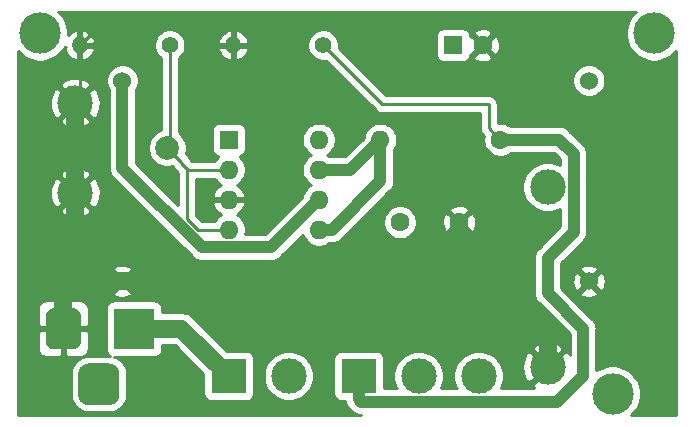
<source format=gtl>
G04 #@! TF.GenerationSoftware,KiCad,Pcbnew,(5.1.5)-3*
G04 #@! TF.CreationDate,2021-07-03T20:54:03-04:00*
G04 #@! TF.ProjectId,LukeCopy,4c756b65-436f-4707-992e-6b696361645f,rev?*
G04 #@! TF.SameCoordinates,Original*
G04 #@! TF.FileFunction,Copper,L1,Top*
G04 #@! TF.FilePolarity,Positive*
%FSLAX46Y46*%
G04 Gerber Fmt 4.6, Leading zero omitted, Abs format (unit mm)*
G04 Created by KiCad (PCBNEW (5.1.5)-3) date 2021-07-03 20:54:03*
%MOMM*%
%LPD*%
G04 APERTURE LIST*
%ADD10C,3.000000*%
%ADD11R,3.000000X3.000000*%
%ADD12O,1.600000X1.600000*%
%ADD13R,1.600000X1.600000*%
%ADD14O,1.400000X1.400000*%
%ADD15C,1.400000*%
%ADD16C,1.600000*%
%ADD17C,2.000000*%
%ADD18C,0.100000*%
%ADD19R,3.500000X3.500000*%
%ADD20C,1.524000*%
%ADD21C,3.500000*%
%ADD22C,1.500000*%
%ADD23C,0.250000*%
%ADD24C,1.000000*%
%ADD25C,0.254000*%
G04 APERTURE END LIST*
D10*
X130000000Y-112240000D03*
X130000000Y-97000000D03*
X124160000Y-113000000D03*
X119080000Y-113000000D03*
D11*
X114000000Y-113000000D03*
D10*
X108080000Y-113000000D03*
D11*
X103000000Y-113000000D03*
D12*
X110620000Y-93000000D03*
X103000000Y-100620000D03*
X110620000Y-95540000D03*
X103000000Y-98080000D03*
X110620000Y-98080000D03*
X103000000Y-95540000D03*
X110620000Y-100620000D03*
D13*
X103000000Y-93000000D03*
D14*
X103380000Y-85000000D03*
D15*
X111000000Y-85000000D03*
D12*
X115840000Y-93000000D03*
D16*
X126000000Y-93000000D03*
D14*
X90380000Y-85000000D03*
D15*
X98000000Y-85000000D03*
D17*
X97800000Y-93700000D03*
D10*
X90000000Y-89900000D03*
X90000000Y-97500000D03*
G04 #@! TA.AperFunction,ComponentPad*
D18*
G36*
X92960765Y-111954213D02*
G01*
X93045704Y-111966813D01*
X93128999Y-111987677D01*
X93209848Y-112016605D01*
X93287472Y-112053319D01*
X93361124Y-112097464D01*
X93430094Y-112148616D01*
X93493718Y-112206282D01*
X93551384Y-112269906D01*
X93602536Y-112338876D01*
X93646681Y-112412528D01*
X93683395Y-112490152D01*
X93712323Y-112571001D01*
X93733187Y-112654296D01*
X93745787Y-112739235D01*
X93750000Y-112825000D01*
X93750000Y-114575000D01*
X93745787Y-114660765D01*
X93733187Y-114745704D01*
X93712323Y-114828999D01*
X93683395Y-114909848D01*
X93646681Y-114987472D01*
X93602536Y-115061124D01*
X93551384Y-115130094D01*
X93493718Y-115193718D01*
X93430094Y-115251384D01*
X93361124Y-115302536D01*
X93287472Y-115346681D01*
X93209848Y-115383395D01*
X93128999Y-115412323D01*
X93045704Y-115433187D01*
X92960765Y-115445787D01*
X92875000Y-115450000D01*
X91125000Y-115450000D01*
X91039235Y-115445787D01*
X90954296Y-115433187D01*
X90871001Y-115412323D01*
X90790152Y-115383395D01*
X90712528Y-115346681D01*
X90638876Y-115302536D01*
X90569906Y-115251384D01*
X90506282Y-115193718D01*
X90448616Y-115130094D01*
X90397464Y-115061124D01*
X90353319Y-114987472D01*
X90316605Y-114909848D01*
X90287677Y-114828999D01*
X90266813Y-114745704D01*
X90254213Y-114660765D01*
X90250000Y-114575000D01*
X90250000Y-112825000D01*
X90254213Y-112739235D01*
X90266813Y-112654296D01*
X90287677Y-112571001D01*
X90316605Y-112490152D01*
X90353319Y-112412528D01*
X90397464Y-112338876D01*
X90448616Y-112269906D01*
X90506282Y-112206282D01*
X90569906Y-112148616D01*
X90638876Y-112097464D01*
X90712528Y-112053319D01*
X90790152Y-112016605D01*
X90871001Y-111987677D01*
X90954296Y-111966813D01*
X91039235Y-111954213D01*
X91125000Y-111950000D01*
X92875000Y-111950000D01*
X92960765Y-111954213D01*
G37*
G04 #@! TD.AperFunction*
G04 #@! TA.AperFunction,ComponentPad*
G36*
X89823513Y-107253611D02*
G01*
X89896318Y-107264411D01*
X89967714Y-107282295D01*
X90037013Y-107307090D01*
X90103548Y-107338559D01*
X90166678Y-107376398D01*
X90225795Y-107420242D01*
X90280330Y-107469670D01*
X90329758Y-107524205D01*
X90373602Y-107583322D01*
X90411441Y-107646452D01*
X90442910Y-107712987D01*
X90467705Y-107782286D01*
X90485589Y-107853682D01*
X90496389Y-107926487D01*
X90500000Y-108000000D01*
X90500000Y-110000000D01*
X90496389Y-110073513D01*
X90485589Y-110146318D01*
X90467705Y-110217714D01*
X90442910Y-110287013D01*
X90411441Y-110353548D01*
X90373602Y-110416678D01*
X90329758Y-110475795D01*
X90280330Y-110530330D01*
X90225795Y-110579758D01*
X90166678Y-110623602D01*
X90103548Y-110661441D01*
X90037013Y-110692910D01*
X89967714Y-110717705D01*
X89896318Y-110735589D01*
X89823513Y-110746389D01*
X89750000Y-110750000D01*
X88250000Y-110750000D01*
X88176487Y-110746389D01*
X88103682Y-110735589D01*
X88032286Y-110717705D01*
X87962987Y-110692910D01*
X87896452Y-110661441D01*
X87833322Y-110623602D01*
X87774205Y-110579758D01*
X87719670Y-110530330D01*
X87670242Y-110475795D01*
X87626398Y-110416678D01*
X87588559Y-110353548D01*
X87557090Y-110287013D01*
X87532295Y-110217714D01*
X87514411Y-110146318D01*
X87503611Y-110073513D01*
X87500000Y-110000000D01*
X87500000Y-108000000D01*
X87503611Y-107926487D01*
X87514411Y-107853682D01*
X87532295Y-107782286D01*
X87557090Y-107712987D01*
X87588559Y-107646452D01*
X87626398Y-107583322D01*
X87670242Y-107524205D01*
X87719670Y-107469670D01*
X87774205Y-107420242D01*
X87833322Y-107376398D01*
X87896452Y-107338559D01*
X87962987Y-107307090D01*
X88032286Y-107282295D01*
X88103682Y-107264411D01*
X88176487Y-107253611D01*
X88250000Y-107250000D01*
X89750000Y-107250000D01*
X89823513Y-107253611D01*
G37*
G04 #@! TD.AperFunction*
D19*
X95000000Y-109000000D03*
D20*
X133500000Y-88000000D03*
X133500000Y-105000000D03*
X94000000Y-105000000D03*
X94000000Y-88000000D03*
D16*
X122500000Y-100000000D03*
X117500000Y-100000000D03*
X124500000Y-85000000D03*
D13*
X122000000Y-85000000D03*
D21*
X135500000Y-114500000D03*
X139000000Y-84000000D03*
X87000000Y-84000000D03*
D22*
X89000000Y-109000000D02*
X89000000Y-105000000D01*
X130000000Y-110000000D02*
X130000000Y-112240000D01*
X129000000Y-109000000D02*
X130000000Y-110000000D01*
X94000000Y-105000000D02*
X99000000Y-105000000D01*
X99000000Y-105000000D02*
X103000000Y-109000000D01*
X122500000Y-108500000D02*
X122000000Y-109000000D01*
X122500000Y-100000000D02*
X122500000Y-108500000D01*
X103000000Y-109000000D02*
X122000000Y-109000000D01*
X122000000Y-109000000D02*
X129000000Y-109000000D01*
X89000000Y-105000000D02*
X90000000Y-105000000D01*
X90000000Y-105000000D02*
X94000000Y-105000000D01*
X90000000Y-89900000D02*
X90000000Y-97500000D01*
D23*
X90380000Y-89520000D02*
X90000000Y-89900000D01*
X90380000Y-85000000D02*
X90380000Y-89520000D01*
X103380000Y-85000000D02*
X102000000Y-85000000D01*
X102000000Y-85000000D02*
X100000000Y-83000000D01*
X92380000Y-83000000D02*
X90380000Y-85000000D01*
X100000000Y-83000000D02*
X92380000Y-83000000D01*
D22*
X90000000Y-97500000D02*
X90000000Y-105000000D01*
X99000000Y-109000000D02*
X103000000Y-113000000D01*
X95000000Y-109000000D02*
X99000000Y-109000000D01*
D24*
X109820001Y-98879999D02*
X110620000Y-98080000D01*
X100713261Y-102120001D02*
X106579999Y-102120001D01*
X94000000Y-95406740D02*
X100713261Y-102120001D01*
X106579999Y-102120001D02*
X109820001Y-98879999D01*
X94000000Y-88000000D02*
X94000000Y-95406740D01*
D23*
X98000000Y-93500000D02*
X97800000Y-93700000D01*
X98000000Y-85000000D02*
X98000000Y-93500000D01*
X97800000Y-93700000D02*
X99000000Y-94900000D01*
X99000000Y-94900000D02*
X99000000Y-95000000D01*
X99540000Y-95540000D02*
X103000000Y-95540000D01*
X103000000Y-100620000D02*
X100380000Y-100620000D01*
X100380000Y-100620000D02*
X99500000Y-99740000D01*
X99000000Y-95000000D02*
X99500000Y-95500000D01*
X99500000Y-99740000D02*
X99500000Y-95500000D01*
X99500000Y-95500000D02*
X99540000Y-95540000D01*
D24*
X113300000Y-95540000D02*
X115840000Y-93000000D01*
X110620000Y-95540000D02*
X113300000Y-95540000D01*
X115840000Y-94131370D02*
X115840000Y-93000000D01*
X115840000Y-96531370D02*
X115840000Y-94131370D01*
X111751370Y-100620000D02*
X115840000Y-96531370D01*
X110620000Y-100620000D02*
X111751370Y-100620000D01*
D23*
X111000000Y-85000000D02*
X116000000Y-90000000D01*
X116000000Y-90000000D02*
X125000000Y-90000000D01*
X125000000Y-92000000D02*
X126000000Y-93000000D01*
X125000000Y-90000000D02*
X125000000Y-92000000D01*
D24*
X114200001Y-115200001D02*
X114000000Y-115000000D01*
X114000000Y-115000000D02*
X114000000Y-113000000D01*
X130799999Y-115200001D02*
X114200001Y-115200001D01*
X130000000Y-106000000D02*
X133000000Y-109000000D01*
X131000000Y-93000000D02*
X132200001Y-94200001D01*
X133000000Y-113000000D02*
X130799999Y-115200001D01*
X126000000Y-93000000D02*
X131000000Y-93000000D01*
X132200001Y-94200001D02*
X132200001Y-100799999D01*
X133000000Y-109000000D02*
X133000000Y-113000000D01*
X132200001Y-100799999D02*
X130000000Y-103000000D01*
X130000000Y-103000000D02*
X130000000Y-106000000D01*
D25*
G36*
X137147450Y-82479651D02*
G01*
X136886440Y-82870279D01*
X136706654Y-83304321D01*
X136615000Y-83765098D01*
X136615000Y-84234902D01*
X136706654Y-84695679D01*
X136886440Y-85129721D01*
X137147450Y-85520349D01*
X137479651Y-85852550D01*
X137870279Y-86113560D01*
X138304321Y-86293346D01*
X138765098Y-86385000D01*
X139234902Y-86385000D01*
X139695679Y-86293346D01*
X140129721Y-86113560D01*
X140520349Y-85852550D01*
X140840001Y-85532898D01*
X140840000Y-116340000D01*
X137032899Y-116340000D01*
X137352550Y-116020349D01*
X137613560Y-115629721D01*
X137793346Y-115195679D01*
X137885000Y-114734902D01*
X137885000Y-114265098D01*
X137793346Y-113804321D01*
X137613560Y-113370279D01*
X137352550Y-112979651D01*
X137020349Y-112647450D01*
X136629721Y-112386440D01*
X136195679Y-112206654D01*
X135734902Y-112115000D01*
X135265098Y-112115000D01*
X134804321Y-112206654D01*
X134370279Y-112386440D01*
X134135000Y-112543649D01*
X134135000Y-109055752D01*
X134140491Y-109000000D01*
X134118577Y-108777501D01*
X134053676Y-108563553D01*
X133948284Y-108366377D01*
X133841989Y-108236856D01*
X133841987Y-108236854D01*
X133806449Y-108193551D01*
X133763146Y-108158013D01*
X131570697Y-105965565D01*
X132714040Y-105965565D01*
X132781020Y-106205656D01*
X133030048Y-106322756D01*
X133297135Y-106389023D01*
X133572017Y-106401910D01*
X133844133Y-106360922D01*
X134103023Y-106267636D01*
X134218980Y-106205656D01*
X134285960Y-105965565D01*
X133500000Y-105179605D01*
X132714040Y-105965565D01*
X131570697Y-105965565D01*
X131135000Y-105529869D01*
X131135000Y-105072017D01*
X132098090Y-105072017D01*
X132139078Y-105344133D01*
X132232364Y-105603023D01*
X132294344Y-105718980D01*
X132534435Y-105785960D01*
X133320395Y-105000000D01*
X133679605Y-105000000D01*
X134465565Y-105785960D01*
X134705656Y-105718980D01*
X134822756Y-105469952D01*
X134889023Y-105202865D01*
X134901910Y-104927983D01*
X134860922Y-104655867D01*
X134767636Y-104396977D01*
X134705656Y-104281020D01*
X134465565Y-104214040D01*
X133679605Y-105000000D01*
X133320395Y-105000000D01*
X132534435Y-104214040D01*
X132294344Y-104281020D01*
X132177244Y-104530048D01*
X132110977Y-104797135D01*
X132098090Y-105072017D01*
X131135000Y-105072017D01*
X131135000Y-104034435D01*
X132714040Y-104034435D01*
X133500000Y-104820395D01*
X134285960Y-104034435D01*
X134218980Y-103794344D01*
X133969952Y-103677244D01*
X133702865Y-103610977D01*
X133427983Y-103598090D01*
X133155867Y-103639078D01*
X132896977Y-103732364D01*
X132781020Y-103794344D01*
X132714040Y-104034435D01*
X131135000Y-104034435D01*
X131135000Y-103470131D01*
X132963142Y-101641990D01*
X133006450Y-101606448D01*
X133148285Y-101433622D01*
X133253677Y-101236446D01*
X133318578Y-101022498D01*
X133335001Y-100855751D01*
X133335001Y-100855742D01*
X133340491Y-100800000D01*
X133335001Y-100744258D01*
X133335001Y-94255753D01*
X133340492Y-94200001D01*
X133334088Y-94134974D01*
X133318578Y-93977502D01*
X133253677Y-93763554D01*
X133148285Y-93566378D01*
X133006450Y-93393552D01*
X132963147Y-93358014D01*
X131841995Y-92236864D01*
X131806449Y-92193551D01*
X131633623Y-92051716D01*
X131436447Y-91946324D01*
X131222499Y-91881423D01*
X131055752Y-91865000D01*
X131055751Y-91865000D01*
X131000000Y-91859509D01*
X130944249Y-91865000D01*
X126884284Y-91865000D01*
X126679727Y-91728320D01*
X126418574Y-91620147D01*
X126141335Y-91565000D01*
X125858665Y-91565000D01*
X125760000Y-91584626D01*
X125760000Y-90037333D01*
X125763677Y-90000000D01*
X125749003Y-89851014D01*
X125705546Y-89707753D01*
X125634974Y-89575724D01*
X125540001Y-89459999D01*
X125424276Y-89365026D01*
X125292247Y-89294454D01*
X125148986Y-89250997D01*
X125037333Y-89240000D01*
X125000000Y-89236323D01*
X124962667Y-89240000D01*
X116314802Y-89240000D01*
X114937210Y-87862408D01*
X132103000Y-87862408D01*
X132103000Y-88137592D01*
X132156686Y-88407490D01*
X132261995Y-88661727D01*
X132414880Y-88890535D01*
X132609465Y-89085120D01*
X132838273Y-89238005D01*
X133092510Y-89343314D01*
X133362408Y-89397000D01*
X133637592Y-89397000D01*
X133907490Y-89343314D01*
X134161727Y-89238005D01*
X134390535Y-89085120D01*
X134585120Y-88890535D01*
X134738005Y-88661727D01*
X134843314Y-88407490D01*
X134897000Y-88137592D01*
X134897000Y-87862408D01*
X134843314Y-87592510D01*
X134738005Y-87338273D01*
X134585120Y-87109465D01*
X134390535Y-86914880D01*
X134161727Y-86761995D01*
X133907490Y-86656686D01*
X133637592Y-86603000D01*
X133362408Y-86603000D01*
X133092510Y-86656686D01*
X132838273Y-86761995D01*
X132609465Y-86914880D01*
X132414880Y-87109465D01*
X132261995Y-87338273D01*
X132156686Y-87592510D01*
X132103000Y-87862408D01*
X114937210Y-87862408D01*
X112313645Y-85238844D01*
X112335000Y-85131486D01*
X112335000Y-84868514D01*
X112283696Y-84610595D01*
X112183061Y-84367641D01*
X112071048Y-84200000D01*
X120561928Y-84200000D01*
X120561928Y-85800000D01*
X120574188Y-85924482D01*
X120610498Y-86044180D01*
X120669463Y-86154494D01*
X120748815Y-86251185D01*
X120845506Y-86330537D01*
X120955820Y-86389502D01*
X121075518Y-86425812D01*
X121200000Y-86438072D01*
X122800000Y-86438072D01*
X122924482Y-86425812D01*
X123044180Y-86389502D01*
X123154494Y-86330537D01*
X123251185Y-86251185D01*
X123330537Y-86154494D01*
X123389502Y-86044180D01*
X123405117Y-85992702D01*
X123686903Y-85992702D01*
X123758486Y-86236671D01*
X124013996Y-86357571D01*
X124288184Y-86426300D01*
X124570512Y-86440217D01*
X124850130Y-86398787D01*
X125116292Y-86303603D01*
X125241514Y-86236671D01*
X125313097Y-85992702D01*
X124500000Y-85179605D01*
X123686903Y-85992702D01*
X123405117Y-85992702D01*
X123425812Y-85924482D01*
X123438072Y-85800000D01*
X123438072Y-85792785D01*
X123507298Y-85813097D01*
X124320395Y-85000000D01*
X124679605Y-85000000D01*
X125492702Y-85813097D01*
X125736671Y-85741514D01*
X125857571Y-85486004D01*
X125926300Y-85211816D01*
X125940217Y-84929488D01*
X125898787Y-84649870D01*
X125803603Y-84383708D01*
X125736671Y-84258486D01*
X125492702Y-84186903D01*
X124679605Y-85000000D01*
X124320395Y-85000000D01*
X123507298Y-84186903D01*
X123438072Y-84207215D01*
X123438072Y-84200000D01*
X123425812Y-84075518D01*
X123405118Y-84007298D01*
X123686903Y-84007298D01*
X124500000Y-84820395D01*
X125313097Y-84007298D01*
X125241514Y-83763329D01*
X124986004Y-83642429D01*
X124711816Y-83573700D01*
X124429488Y-83559783D01*
X124149870Y-83601213D01*
X123883708Y-83696397D01*
X123758486Y-83763329D01*
X123686903Y-84007298D01*
X123405118Y-84007298D01*
X123389502Y-83955820D01*
X123330537Y-83845506D01*
X123251185Y-83748815D01*
X123154494Y-83669463D01*
X123044180Y-83610498D01*
X122924482Y-83574188D01*
X122800000Y-83561928D01*
X121200000Y-83561928D01*
X121075518Y-83574188D01*
X120955820Y-83610498D01*
X120845506Y-83669463D01*
X120748815Y-83748815D01*
X120669463Y-83845506D01*
X120610498Y-83955820D01*
X120574188Y-84075518D01*
X120561928Y-84200000D01*
X112071048Y-84200000D01*
X112036962Y-84148987D01*
X111851013Y-83963038D01*
X111632359Y-83816939D01*
X111389405Y-83716304D01*
X111131486Y-83665000D01*
X110868514Y-83665000D01*
X110610595Y-83716304D01*
X110367641Y-83816939D01*
X110148987Y-83963038D01*
X109963038Y-84148987D01*
X109816939Y-84367641D01*
X109716304Y-84610595D01*
X109665000Y-84868514D01*
X109665000Y-85131486D01*
X109716304Y-85389405D01*
X109816939Y-85632359D01*
X109963038Y-85851013D01*
X110148987Y-86036962D01*
X110367641Y-86183061D01*
X110610595Y-86283696D01*
X110868514Y-86335000D01*
X111131486Y-86335000D01*
X111238844Y-86313645D01*
X115436201Y-90511003D01*
X115459999Y-90540001D01*
X115575724Y-90634974D01*
X115707753Y-90705546D01*
X115851014Y-90749003D01*
X115962667Y-90760000D01*
X115962677Y-90760000D01*
X116000000Y-90763676D01*
X116037323Y-90760000D01*
X124240000Y-90760000D01*
X124240001Y-91962668D01*
X124236324Y-92000000D01*
X124240001Y-92037333D01*
X124248915Y-92127832D01*
X124250998Y-92148985D01*
X124294454Y-92292246D01*
X124365026Y-92424276D01*
X124418142Y-92488997D01*
X124460000Y-92540001D01*
X124488998Y-92563799D01*
X124601312Y-92676113D01*
X124565000Y-92858665D01*
X124565000Y-93141335D01*
X124620147Y-93418574D01*
X124728320Y-93679727D01*
X124885363Y-93914759D01*
X125085241Y-94114637D01*
X125320273Y-94271680D01*
X125581426Y-94379853D01*
X125858665Y-94435000D01*
X126141335Y-94435000D01*
X126418574Y-94379853D01*
X126679727Y-94271680D01*
X126884284Y-94135000D01*
X130529868Y-94135000D01*
X131065001Y-94670133D01*
X131065001Y-95143869D01*
X131011302Y-95107988D01*
X130622756Y-94947047D01*
X130210279Y-94865000D01*
X129789721Y-94865000D01*
X129377244Y-94947047D01*
X128988698Y-95107988D01*
X128639017Y-95341637D01*
X128341637Y-95639017D01*
X128107988Y-95988698D01*
X127947047Y-96377244D01*
X127865000Y-96789721D01*
X127865000Y-97210279D01*
X127947047Y-97622756D01*
X128107988Y-98011302D01*
X128341637Y-98360983D01*
X128639017Y-98658363D01*
X128988698Y-98892012D01*
X129377244Y-99052953D01*
X129789721Y-99135000D01*
X130210279Y-99135000D01*
X130622756Y-99052953D01*
X131011302Y-98892012D01*
X131065002Y-98856131D01*
X131065002Y-100329866D01*
X129236865Y-102158004D01*
X129193551Y-102193551D01*
X129051716Y-102366377D01*
X128950123Y-102556447D01*
X128946324Y-102563554D01*
X128881423Y-102777502D01*
X128859509Y-103000000D01*
X128865000Y-103055752D01*
X128865001Y-105944239D01*
X128859509Y-106000000D01*
X128881423Y-106222498D01*
X128946324Y-106436446D01*
X128946325Y-106436447D01*
X129051717Y-106633623D01*
X129193552Y-106806449D01*
X129236860Y-106841991D01*
X131865000Y-109470133D01*
X131865001Y-111192074D01*
X131807214Y-111083962D01*
X131491653Y-110927952D01*
X130179605Y-112240000D01*
X130193748Y-112254143D01*
X130014143Y-112433748D01*
X130000000Y-112419605D01*
X128687952Y-113731653D01*
X128843962Y-114047214D01*
X128878899Y-114065001D01*
X126016132Y-114065001D01*
X126052012Y-114011302D01*
X126212953Y-113622756D01*
X126295000Y-113210279D01*
X126295000Y-112789721D01*
X126212953Y-112377244D01*
X126173843Y-112282824D01*
X127855098Y-112282824D01*
X127904666Y-112700451D01*
X128034757Y-113100383D01*
X128192786Y-113396038D01*
X128508347Y-113552048D01*
X129820395Y-112240000D01*
X128508347Y-110927952D01*
X128192786Y-111083962D01*
X128001980Y-111458745D01*
X127887956Y-111863551D01*
X127855098Y-112282824D01*
X126173843Y-112282824D01*
X126052012Y-111988698D01*
X125818363Y-111639017D01*
X125520983Y-111341637D01*
X125171302Y-111107988D01*
X124782756Y-110947047D01*
X124370279Y-110865000D01*
X123949721Y-110865000D01*
X123537244Y-110947047D01*
X123148698Y-111107988D01*
X122799017Y-111341637D01*
X122501637Y-111639017D01*
X122267988Y-111988698D01*
X122107047Y-112377244D01*
X122025000Y-112789721D01*
X122025000Y-113210279D01*
X122107047Y-113622756D01*
X122267988Y-114011302D01*
X122303868Y-114065001D01*
X120936132Y-114065001D01*
X120972012Y-114011302D01*
X121132953Y-113622756D01*
X121215000Y-113210279D01*
X121215000Y-112789721D01*
X121132953Y-112377244D01*
X120972012Y-111988698D01*
X120738363Y-111639017D01*
X120440983Y-111341637D01*
X120091302Y-111107988D01*
X119702756Y-110947047D01*
X119290279Y-110865000D01*
X118869721Y-110865000D01*
X118457244Y-110947047D01*
X118068698Y-111107988D01*
X117719017Y-111341637D01*
X117421637Y-111639017D01*
X117187988Y-111988698D01*
X117027047Y-112377244D01*
X116945000Y-112789721D01*
X116945000Y-113210279D01*
X117027047Y-113622756D01*
X117187988Y-114011302D01*
X117223868Y-114065001D01*
X116138072Y-114065001D01*
X116138072Y-111500000D01*
X116125812Y-111375518D01*
X116089502Y-111255820D01*
X116030537Y-111145506D01*
X115951185Y-111048815D01*
X115854494Y-110969463D01*
X115744180Y-110910498D01*
X115624482Y-110874188D01*
X115500000Y-110861928D01*
X112500000Y-110861928D01*
X112375518Y-110874188D01*
X112255820Y-110910498D01*
X112145506Y-110969463D01*
X112048815Y-111048815D01*
X111969463Y-111145506D01*
X111910498Y-111255820D01*
X111874188Y-111375518D01*
X111861928Y-111500000D01*
X111861928Y-114500000D01*
X111874188Y-114624482D01*
X111910498Y-114744180D01*
X111969463Y-114854494D01*
X112048815Y-114951185D01*
X112145506Y-115030537D01*
X112255820Y-115089502D01*
X112375518Y-115125812D01*
X112500000Y-115138072D01*
X112873108Y-115138072D01*
X112881423Y-115222498D01*
X112946324Y-115436446D01*
X113051716Y-115633623D01*
X113193551Y-115806449D01*
X113236865Y-115841996D01*
X113358005Y-115963136D01*
X113393552Y-116006450D01*
X113566378Y-116148285D01*
X113763554Y-116253677D01*
X113977502Y-116318578D01*
X114195005Y-116340000D01*
X85160000Y-116340000D01*
X85160000Y-112825000D01*
X89611928Y-112825000D01*
X89611928Y-114575000D01*
X89641001Y-114870186D01*
X89727104Y-115154028D01*
X89866927Y-115415618D01*
X90055097Y-115644903D01*
X90284382Y-115833073D01*
X90545972Y-115972896D01*
X90829814Y-116058999D01*
X91125000Y-116088072D01*
X92875000Y-116088072D01*
X93170186Y-116058999D01*
X93454028Y-115972896D01*
X93715618Y-115833073D01*
X93944903Y-115644903D01*
X94133073Y-115415618D01*
X94272896Y-115154028D01*
X94358999Y-114870186D01*
X94388072Y-114575000D01*
X94388072Y-112825000D01*
X94358999Y-112529814D01*
X94272896Y-112245972D01*
X94133073Y-111984382D01*
X93944903Y-111755097D01*
X93715618Y-111566927D01*
X93454028Y-111427104D01*
X93325357Y-111388072D01*
X96750000Y-111388072D01*
X96874482Y-111375812D01*
X96994180Y-111339502D01*
X97104494Y-111280537D01*
X97201185Y-111201185D01*
X97280537Y-111104494D01*
X97339502Y-110994180D01*
X97375812Y-110874482D01*
X97388072Y-110750000D01*
X97388072Y-110385000D01*
X98426315Y-110385000D01*
X100861928Y-112820614D01*
X100861928Y-114500000D01*
X100874188Y-114624482D01*
X100910498Y-114744180D01*
X100969463Y-114854494D01*
X101048815Y-114951185D01*
X101145506Y-115030537D01*
X101255820Y-115089502D01*
X101375518Y-115125812D01*
X101500000Y-115138072D01*
X104500000Y-115138072D01*
X104624482Y-115125812D01*
X104744180Y-115089502D01*
X104854494Y-115030537D01*
X104951185Y-114951185D01*
X105030537Y-114854494D01*
X105089502Y-114744180D01*
X105125812Y-114624482D01*
X105138072Y-114500000D01*
X105138072Y-112789721D01*
X105945000Y-112789721D01*
X105945000Y-113210279D01*
X106027047Y-113622756D01*
X106187988Y-114011302D01*
X106421637Y-114360983D01*
X106719017Y-114658363D01*
X107068698Y-114892012D01*
X107457244Y-115052953D01*
X107869721Y-115135000D01*
X108290279Y-115135000D01*
X108702756Y-115052953D01*
X109091302Y-114892012D01*
X109440983Y-114658363D01*
X109738363Y-114360983D01*
X109972012Y-114011302D01*
X110132953Y-113622756D01*
X110215000Y-113210279D01*
X110215000Y-112789721D01*
X110132953Y-112377244D01*
X109972012Y-111988698D01*
X109738363Y-111639017D01*
X109440983Y-111341637D01*
X109091302Y-111107988D01*
X108702756Y-110947047D01*
X108290279Y-110865000D01*
X107869721Y-110865000D01*
X107457244Y-110947047D01*
X107068698Y-111107988D01*
X106719017Y-111341637D01*
X106421637Y-111639017D01*
X106187988Y-111988698D01*
X106027047Y-112377244D01*
X105945000Y-112789721D01*
X105138072Y-112789721D01*
X105138072Y-111500000D01*
X105125812Y-111375518D01*
X105089502Y-111255820D01*
X105030537Y-111145506D01*
X104951185Y-111048815D01*
X104854494Y-110969463D01*
X104744180Y-110910498D01*
X104624482Y-110874188D01*
X104500000Y-110861928D01*
X102820614Y-110861928D01*
X102707033Y-110748347D01*
X128687952Y-110748347D01*
X130000000Y-112060395D01*
X131312048Y-110748347D01*
X131156038Y-110432786D01*
X130781255Y-110241980D01*
X130376449Y-110127956D01*
X129957176Y-110095098D01*
X129539549Y-110144666D01*
X129139617Y-110274757D01*
X128843962Y-110432786D01*
X128687952Y-110748347D01*
X102707033Y-110748347D01*
X100027454Y-108068769D01*
X99984081Y-108015919D01*
X99773188Y-107842843D01*
X99532581Y-107714236D01*
X99271507Y-107635040D01*
X99068037Y-107615000D01*
X99068029Y-107615000D01*
X99000000Y-107608300D01*
X98931971Y-107615000D01*
X97388072Y-107615000D01*
X97388072Y-107250000D01*
X97375812Y-107125518D01*
X97339502Y-107005820D01*
X97280537Y-106895506D01*
X97201185Y-106798815D01*
X97104494Y-106719463D01*
X96994180Y-106660498D01*
X96874482Y-106624188D01*
X96750000Y-106611928D01*
X93250000Y-106611928D01*
X93125518Y-106624188D01*
X93005820Y-106660498D01*
X92895506Y-106719463D01*
X92798815Y-106798815D01*
X92719463Y-106895506D01*
X92660498Y-107005820D01*
X92624188Y-107125518D01*
X92611928Y-107250000D01*
X92611928Y-110750000D01*
X92624188Y-110874482D01*
X92660498Y-110994180D01*
X92719463Y-111104494D01*
X92798815Y-111201185D01*
X92895506Y-111280537D01*
X92972131Y-111321494D01*
X92875000Y-111311928D01*
X91125000Y-111311928D01*
X90829814Y-111341001D01*
X90545972Y-111427104D01*
X90284382Y-111566927D01*
X90055097Y-111755097D01*
X89866927Y-111984382D01*
X89727104Y-112245972D01*
X89641001Y-112529814D01*
X89611928Y-112825000D01*
X85160000Y-112825000D01*
X85160000Y-110750000D01*
X86861928Y-110750000D01*
X86874188Y-110874482D01*
X86910498Y-110994180D01*
X86969463Y-111104494D01*
X87048815Y-111201185D01*
X87145506Y-111280537D01*
X87255820Y-111339502D01*
X87375518Y-111375812D01*
X87500000Y-111388072D01*
X88714250Y-111385000D01*
X88873000Y-111226250D01*
X88873000Y-109127000D01*
X89127000Y-109127000D01*
X89127000Y-111226250D01*
X89285750Y-111385000D01*
X90500000Y-111388072D01*
X90624482Y-111375812D01*
X90744180Y-111339502D01*
X90854494Y-111280537D01*
X90951185Y-111201185D01*
X91030537Y-111104494D01*
X91089502Y-110994180D01*
X91125812Y-110874482D01*
X91138072Y-110750000D01*
X91135000Y-109285750D01*
X90976250Y-109127000D01*
X89127000Y-109127000D01*
X88873000Y-109127000D01*
X87023750Y-109127000D01*
X86865000Y-109285750D01*
X86861928Y-110750000D01*
X85160000Y-110750000D01*
X85160000Y-107250000D01*
X86861928Y-107250000D01*
X86865000Y-108714250D01*
X87023750Y-108873000D01*
X88873000Y-108873000D01*
X88873000Y-106773750D01*
X89127000Y-106773750D01*
X89127000Y-108873000D01*
X90976250Y-108873000D01*
X91135000Y-108714250D01*
X91138072Y-107250000D01*
X91125812Y-107125518D01*
X91089502Y-107005820D01*
X91030537Y-106895506D01*
X90951185Y-106798815D01*
X90854494Y-106719463D01*
X90744180Y-106660498D01*
X90624482Y-106624188D01*
X90500000Y-106611928D01*
X89285750Y-106615000D01*
X89127000Y-106773750D01*
X88873000Y-106773750D01*
X88714250Y-106615000D01*
X87500000Y-106611928D01*
X87375518Y-106624188D01*
X87255820Y-106660498D01*
X87145506Y-106719463D01*
X87048815Y-106798815D01*
X86969463Y-106895506D01*
X86910498Y-107005820D01*
X86874188Y-107125518D01*
X86861928Y-107250000D01*
X85160000Y-107250000D01*
X85160000Y-105965565D01*
X93214040Y-105965565D01*
X93281020Y-106205656D01*
X93530048Y-106322756D01*
X93797135Y-106389023D01*
X94072017Y-106401910D01*
X94344133Y-106360922D01*
X94603023Y-106267636D01*
X94718980Y-106205656D01*
X94785960Y-105965565D01*
X94000000Y-105179605D01*
X93214040Y-105965565D01*
X85160000Y-105965565D01*
X85160000Y-105072017D01*
X92598090Y-105072017D01*
X92639078Y-105344133D01*
X92732364Y-105603023D01*
X92794344Y-105718980D01*
X93034435Y-105785960D01*
X93820395Y-105000000D01*
X94179605Y-105000000D01*
X94965565Y-105785960D01*
X95205656Y-105718980D01*
X95322756Y-105469952D01*
X95389023Y-105202865D01*
X95401910Y-104927983D01*
X95360922Y-104655867D01*
X95267636Y-104396977D01*
X95205656Y-104281020D01*
X94965565Y-104214040D01*
X94179605Y-105000000D01*
X93820395Y-105000000D01*
X93034435Y-104214040D01*
X92794344Y-104281020D01*
X92677244Y-104530048D01*
X92610977Y-104797135D01*
X92598090Y-105072017D01*
X85160000Y-105072017D01*
X85160000Y-104034435D01*
X93214040Y-104034435D01*
X94000000Y-104820395D01*
X94785960Y-104034435D01*
X94718980Y-103794344D01*
X94469952Y-103677244D01*
X94202865Y-103610977D01*
X93927983Y-103598090D01*
X93655867Y-103639078D01*
X93396977Y-103732364D01*
X93281020Y-103794344D01*
X93214040Y-104034435D01*
X85160000Y-104034435D01*
X85160000Y-98991653D01*
X88687952Y-98991653D01*
X88843962Y-99307214D01*
X89218745Y-99498020D01*
X89623551Y-99612044D01*
X90042824Y-99644902D01*
X90460451Y-99595334D01*
X90860383Y-99465243D01*
X91156038Y-99307214D01*
X91312048Y-98991653D01*
X90000000Y-97679605D01*
X88687952Y-98991653D01*
X85160000Y-98991653D01*
X85160000Y-97542824D01*
X87855098Y-97542824D01*
X87904666Y-97960451D01*
X88034757Y-98360383D01*
X88192786Y-98656038D01*
X88508347Y-98812048D01*
X89820395Y-97500000D01*
X90179605Y-97500000D01*
X91491653Y-98812048D01*
X91807214Y-98656038D01*
X91998020Y-98281255D01*
X92112044Y-97876449D01*
X92144902Y-97457176D01*
X92095334Y-97039549D01*
X91965243Y-96639617D01*
X91807214Y-96343962D01*
X91491653Y-96187952D01*
X90179605Y-97500000D01*
X89820395Y-97500000D01*
X88508347Y-96187952D01*
X88192786Y-96343962D01*
X88001980Y-96718745D01*
X87887956Y-97123551D01*
X87855098Y-97542824D01*
X85160000Y-97542824D01*
X85160000Y-96008347D01*
X88687952Y-96008347D01*
X90000000Y-97320395D01*
X91312048Y-96008347D01*
X91156038Y-95692786D01*
X90781255Y-95501980D01*
X90376449Y-95387956D01*
X89957176Y-95355098D01*
X89539549Y-95404666D01*
X89139617Y-95534757D01*
X88843962Y-95692786D01*
X88687952Y-96008347D01*
X85160000Y-96008347D01*
X85160000Y-91391653D01*
X88687952Y-91391653D01*
X88843962Y-91707214D01*
X89218745Y-91898020D01*
X89623551Y-92012044D01*
X90042824Y-92044902D01*
X90460451Y-91995334D01*
X90860383Y-91865243D01*
X91156038Y-91707214D01*
X91312048Y-91391653D01*
X90000000Y-90079605D01*
X88687952Y-91391653D01*
X85160000Y-91391653D01*
X85160000Y-89942824D01*
X87855098Y-89942824D01*
X87904666Y-90360451D01*
X88034757Y-90760383D01*
X88192786Y-91056038D01*
X88508347Y-91212048D01*
X89820395Y-89900000D01*
X90179605Y-89900000D01*
X91491653Y-91212048D01*
X91807214Y-91056038D01*
X91998020Y-90681255D01*
X92112044Y-90276449D01*
X92144902Y-89857176D01*
X92095334Y-89439549D01*
X91965243Y-89039617D01*
X91807214Y-88743962D01*
X91491653Y-88587952D01*
X90179605Y-89900000D01*
X89820395Y-89900000D01*
X88508347Y-88587952D01*
X88192786Y-88743962D01*
X88001980Y-89118745D01*
X87887956Y-89523551D01*
X87855098Y-89942824D01*
X85160000Y-89942824D01*
X85160000Y-88408347D01*
X88687952Y-88408347D01*
X90000000Y-89720395D01*
X91312048Y-88408347D01*
X91156038Y-88092786D01*
X90781255Y-87901980D01*
X90640768Y-87862408D01*
X92603000Y-87862408D01*
X92603000Y-88137592D01*
X92656686Y-88407490D01*
X92761995Y-88661727D01*
X92865000Y-88815885D01*
X92865001Y-95350979D01*
X92859509Y-95406740D01*
X92881423Y-95629238D01*
X92946324Y-95843186D01*
X92946325Y-95843187D01*
X93051717Y-96040363D01*
X93193552Y-96213189D01*
X93236860Y-96248731D01*
X99871270Y-102883142D01*
X99906812Y-102926450D01*
X99996433Y-103000000D01*
X100079638Y-103068285D01*
X100276814Y-103173677D01*
X100490762Y-103238578D01*
X100713261Y-103260492D01*
X100769013Y-103255001D01*
X106524248Y-103255001D01*
X106579999Y-103260492D01*
X106635750Y-103255001D01*
X106635751Y-103255001D01*
X106802498Y-103238578D01*
X107016446Y-103173677D01*
X107213622Y-103068285D01*
X107386448Y-102926450D01*
X107421995Y-102883136D01*
X109247882Y-101057249D01*
X109348320Y-101299727D01*
X109505363Y-101534759D01*
X109705241Y-101734637D01*
X109940273Y-101891680D01*
X110201426Y-101999853D01*
X110478665Y-102055000D01*
X110761335Y-102055000D01*
X111038574Y-101999853D01*
X111299727Y-101891680D01*
X111504284Y-101755000D01*
X111695619Y-101755000D01*
X111751370Y-101760491D01*
X111807121Y-101755000D01*
X111807122Y-101755000D01*
X111973869Y-101738577D01*
X112187817Y-101673676D01*
X112384993Y-101568284D01*
X112557819Y-101426449D01*
X112593366Y-101383135D01*
X114117836Y-99858665D01*
X116065000Y-99858665D01*
X116065000Y-100141335D01*
X116120147Y-100418574D01*
X116228320Y-100679727D01*
X116385363Y-100914759D01*
X116585241Y-101114637D01*
X116820273Y-101271680D01*
X117081426Y-101379853D01*
X117358665Y-101435000D01*
X117641335Y-101435000D01*
X117918574Y-101379853D01*
X118179727Y-101271680D01*
X118414759Y-101114637D01*
X118536694Y-100992702D01*
X121686903Y-100992702D01*
X121758486Y-101236671D01*
X122013996Y-101357571D01*
X122288184Y-101426300D01*
X122570512Y-101440217D01*
X122850130Y-101398787D01*
X123116292Y-101303603D01*
X123241514Y-101236671D01*
X123313097Y-100992702D01*
X122500000Y-100179605D01*
X121686903Y-100992702D01*
X118536694Y-100992702D01*
X118614637Y-100914759D01*
X118771680Y-100679727D01*
X118879853Y-100418574D01*
X118935000Y-100141335D01*
X118935000Y-100070512D01*
X121059783Y-100070512D01*
X121101213Y-100350130D01*
X121196397Y-100616292D01*
X121263329Y-100741514D01*
X121507298Y-100813097D01*
X122320395Y-100000000D01*
X122679605Y-100000000D01*
X123492702Y-100813097D01*
X123736671Y-100741514D01*
X123857571Y-100486004D01*
X123926300Y-100211816D01*
X123940217Y-99929488D01*
X123898787Y-99649870D01*
X123803603Y-99383708D01*
X123736671Y-99258486D01*
X123492702Y-99186903D01*
X122679605Y-100000000D01*
X122320395Y-100000000D01*
X121507298Y-99186903D01*
X121263329Y-99258486D01*
X121142429Y-99513996D01*
X121073700Y-99788184D01*
X121059783Y-100070512D01*
X118935000Y-100070512D01*
X118935000Y-99858665D01*
X118879853Y-99581426D01*
X118771680Y-99320273D01*
X118614637Y-99085241D01*
X118536694Y-99007298D01*
X121686903Y-99007298D01*
X122500000Y-99820395D01*
X123313097Y-99007298D01*
X123241514Y-98763329D01*
X122986004Y-98642429D01*
X122711816Y-98573700D01*
X122429488Y-98559783D01*
X122149870Y-98601213D01*
X121883708Y-98696397D01*
X121758486Y-98763329D01*
X121686903Y-99007298D01*
X118536694Y-99007298D01*
X118414759Y-98885363D01*
X118179727Y-98728320D01*
X117918574Y-98620147D01*
X117641335Y-98565000D01*
X117358665Y-98565000D01*
X117081426Y-98620147D01*
X116820273Y-98728320D01*
X116585241Y-98885363D01*
X116385363Y-99085241D01*
X116228320Y-99320273D01*
X116120147Y-99581426D01*
X116065000Y-99858665D01*
X114117836Y-99858665D01*
X116603141Y-97373361D01*
X116646449Y-97337819D01*
X116788284Y-97164993D01*
X116893676Y-96967817D01*
X116958577Y-96753869D01*
X116975000Y-96587122D01*
X116975000Y-96587121D01*
X116980491Y-96531370D01*
X116975000Y-96475619D01*
X116975000Y-93884284D01*
X117111680Y-93679727D01*
X117219853Y-93418574D01*
X117275000Y-93141335D01*
X117275000Y-92858665D01*
X117219853Y-92581426D01*
X117111680Y-92320273D01*
X116954637Y-92085241D01*
X116754759Y-91885363D01*
X116519727Y-91728320D01*
X116258574Y-91620147D01*
X115981335Y-91565000D01*
X115698665Y-91565000D01*
X115421426Y-91620147D01*
X115160273Y-91728320D01*
X114925241Y-91885363D01*
X114725363Y-92085241D01*
X114568320Y-92320273D01*
X114460147Y-92581426D01*
X114412150Y-92822718D01*
X112829869Y-94405000D01*
X111504284Y-94405000D01*
X111302241Y-94270000D01*
X111534759Y-94114637D01*
X111734637Y-93914759D01*
X111891680Y-93679727D01*
X111999853Y-93418574D01*
X112055000Y-93141335D01*
X112055000Y-92858665D01*
X111999853Y-92581426D01*
X111891680Y-92320273D01*
X111734637Y-92085241D01*
X111534759Y-91885363D01*
X111299727Y-91728320D01*
X111038574Y-91620147D01*
X110761335Y-91565000D01*
X110478665Y-91565000D01*
X110201426Y-91620147D01*
X109940273Y-91728320D01*
X109705241Y-91885363D01*
X109505363Y-92085241D01*
X109348320Y-92320273D01*
X109240147Y-92581426D01*
X109185000Y-92858665D01*
X109185000Y-93141335D01*
X109240147Y-93418574D01*
X109348320Y-93679727D01*
X109505363Y-93914759D01*
X109705241Y-94114637D01*
X109937759Y-94270000D01*
X109705241Y-94425363D01*
X109505363Y-94625241D01*
X109348320Y-94860273D01*
X109240147Y-95121426D01*
X109185000Y-95398665D01*
X109185000Y-95681335D01*
X109240147Y-95958574D01*
X109348320Y-96219727D01*
X109505363Y-96454759D01*
X109705241Y-96654637D01*
X109937759Y-96810000D01*
X109705241Y-96965363D01*
X109505363Y-97165241D01*
X109348320Y-97400273D01*
X109240147Y-97661426D01*
X109192150Y-97902718D01*
X109056862Y-98038007D01*
X109056857Y-98038011D01*
X106109868Y-100985001D01*
X104390509Y-100985001D01*
X104435000Y-100761335D01*
X104435000Y-100478665D01*
X104379853Y-100201426D01*
X104271680Y-99940273D01*
X104114637Y-99705241D01*
X103914759Y-99505363D01*
X103679727Y-99348320D01*
X103669135Y-99343933D01*
X103855131Y-99232385D01*
X104063519Y-99043414D01*
X104231037Y-98817420D01*
X104351246Y-98563087D01*
X104391904Y-98429039D01*
X104269915Y-98207000D01*
X103127000Y-98207000D01*
X103127000Y-98227000D01*
X102873000Y-98227000D01*
X102873000Y-98207000D01*
X101730085Y-98207000D01*
X101608096Y-98429039D01*
X101648754Y-98563087D01*
X101768963Y-98817420D01*
X101936481Y-99043414D01*
X102144869Y-99232385D01*
X102330865Y-99343933D01*
X102320273Y-99348320D01*
X102085241Y-99505363D01*
X101885363Y-99705241D01*
X101781957Y-99860000D01*
X100694802Y-99860000D01*
X100260000Y-99425199D01*
X100260000Y-96300000D01*
X101781957Y-96300000D01*
X101885363Y-96454759D01*
X102085241Y-96654637D01*
X102320273Y-96811680D01*
X102330865Y-96816067D01*
X102144869Y-96927615D01*
X101936481Y-97116586D01*
X101768963Y-97342580D01*
X101648754Y-97596913D01*
X101608096Y-97730961D01*
X101730085Y-97953000D01*
X102873000Y-97953000D01*
X102873000Y-97933000D01*
X103127000Y-97933000D01*
X103127000Y-97953000D01*
X104269915Y-97953000D01*
X104391904Y-97730961D01*
X104351246Y-97596913D01*
X104231037Y-97342580D01*
X104063519Y-97116586D01*
X103855131Y-96927615D01*
X103669135Y-96816067D01*
X103679727Y-96811680D01*
X103914759Y-96654637D01*
X104114637Y-96454759D01*
X104271680Y-96219727D01*
X104379853Y-95958574D01*
X104435000Y-95681335D01*
X104435000Y-95398665D01*
X104379853Y-95121426D01*
X104271680Y-94860273D01*
X104114637Y-94625241D01*
X103916039Y-94426643D01*
X103924482Y-94425812D01*
X104044180Y-94389502D01*
X104154494Y-94330537D01*
X104251185Y-94251185D01*
X104330537Y-94154494D01*
X104389502Y-94044180D01*
X104425812Y-93924482D01*
X104438072Y-93800000D01*
X104438072Y-92200000D01*
X104425812Y-92075518D01*
X104389502Y-91955820D01*
X104330537Y-91845506D01*
X104251185Y-91748815D01*
X104154494Y-91669463D01*
X104044180Y-91610498D01*
X103924482Y-91574188D01*
X103800000Y-91561928D01*
X102200000Y-91561928D01*
X102075518Y-91574188D01*
X101955820Y-91610498D01*
X101845506Y-91669463D01*
X101748815Y-91748815D01*
X101669463Y-91845506D01*
X101610498Y-91955820D01*
X101574188Y-92075518D01*
X101561928Y-92200000D01*
X101561928Y-93800000D01*
X101574188Y-93924482D01*
X101610498Y-94044180D01*
X101669463Y-94154494D01*
X101748815Y-94251185D01*
X101845506Y-94330537D01*
X101955820Y-94389502D01*
X102075518Y-94425812D01*
X102083961Y-94426643D01*
X101885363Y-94625241D01*
X101781957Y-94780000D01*
X99854801Y-94780000D01*
X99715557Y-94640756D01*
X99705546Y-94607753D01*
X99634974Y-94475724D01*
X99540001Y-94359999D01*
X99511004Y-94336202D01*
X99366177Y-94191375D01*
X99372168Y-94176912D01*
X99435000Y-93861033D01*
X99435000Y-93538967D01*
X99372168Y-93223088D01*
X99248918Y-92925537D01*
X99069987Y-92657748D01*
X98842252Y-92430013D01*
X98760000Y-92375054D01*
X98760000Y-86097775D01*
X98851013Y-86036962D01*
X99036962Y-85851013D01*
X99183061Y-85632359D01*
X99283696Y-85389405D01*
X99294850Y-85333329D01*
X102087284Y-85333329D01*
X102119953Y-85441044D01*
X102230208Y-85678392D01*
X102384649Y-85889670D01*
X102577340Y-86066759D01*
X102800877Y-86202853D01*
X103046670Y-86292722D01*
X103253000Y-86170201D01*
X103253000Y-85127000D01*
X103507000Y-85127000D01*
X103507000Y-86170201D01*
X103713330Y-86292722D01*
X103959123Y-86202853D01*
X104182660Y-86066759D01*
X104375351Y-85889670D01*
X104529792Y-85678392D01*
X104640047Y-85441044D01*
X104672716Y-85333329D01*
X104549374Y-85127000D01*
X103507000Y-85127000D01*
X103253000Y-85127000D01*
X102210626Y-85127000D01*
X102087284Y-85333329D01*
X99294850Y-85333329D01*
X99335000Y-85131486D01*
X99335000Y-84868514D01*
X99294851Y-84666671D01*
X102087284Y-84666671D01*
X102210626Y-84873000D01*
X103253000Y-84873000D01*
X103253000Y-83829799D01*
X103507000Y-83829799D01*
X103507000Y-84873000D01*
X104549374Y-84873000D01*
X104672716Y-84666671D01*
X104640047Y-84558956D01*
X104529792Y-84321608D01*
X104375351Y-84110330D01*
X104182660Y-83933241D01*
X103959123Y-83797147D01*
X103713330Y-83707278D01*
X103507000Y-83829799D01*
X103253000Y-83829799D01*
X103046670Y-83707278D01*
X102800877Y-83797147D01*
X102577340Y-83933241D01*
X102384649Y-84110330D01*
X102230208Y-84321608D01*
X102119953Y-84558956D01*
X102087284Y-84666671D01*
X99294851Y-84666671D01*
X99283696Y-84610595D01*
X99183061Y-84367641D01*
X99036962Y-84148987D01*
X98851013Y-83963038D01*
X98632359Y-83816939D01*
X98389405Y-83716304D01*
X98131486Y-83665000D01*
X97868514Y-83665000D01*
X97610595Y-83716304D01*
X97367641Y-83816939D01*
X97148987Y-83963038D01*
X96963038Y-84148987D01*
X96816939Y-84367641D01*
X96716304Y-84610595D01*
X96665000Y-84868514D01*
X96665000Y-85131486D01*
X96716304Y-85389405D01*
X96816939Y-85632359D01*
X96963038Y-85851013D01*
X97148987Y-86036962D01*
X97240000Y-86097775D01*
X97240001Y-92162248D01*
X97025537Y-92251082D01*
X96757748Y-92430013D01*
X96530013Y-92657748D01*
X96351082Y-92925537D01*
X96227832Y-93223088D01*
X96165000Y-93538967D01*
X96165000Y-93861033D01*
X96227832Y-94176912D01*
X96351082Y-94474463D01*
X96530013Y-94742252D01*
X96757748Y-94969987D01*
X97025537Y-95148918D01*
X97323088Y-95272168D01*
X97638967Y-95335000D01*
X97961033Y-95335000D01*
X98276912Y-95272168D01*
X98287085Y-95267954D01*
X98294454Y-95292247D01*
X98365026Y-95424276D01*
X98459999Y-95540001D01*
X98489002Y-95563803D01*
X98740001Y-95814802D01*
X98740000Y-98541609D01*
X95135000Y-94936609D01*
X95135000Y-88815884D01*
X95238005Y-88661727D01*
X95343314Y-88407490D01*
X95397000Y-88137592D01*
X95397000Y-87862408D01*
X95343314Y-87592510D01*
X95238005Y-87338273D01*
X95085120Y-87109465D01*
X94890535Y-86914880D01*
X94661727Y-86761995D01*
X94407490Y-86656686D01*
X94137592Y-86603000D01*
X93862408Y-86603000D01*
X93592510Y-86656686D01*
X93338273Y-86761995D01*
X93109465Y-86914880D01*
X92914880Y-87109465D01*
X92761995Y-87338273D01*
X92656686Y-87592510D01*
X92603000Y-87862408D01*
X90640768Y-87862408D01*
X90376449Y-87787956D01*
X89957176Y-87755098D01*
X89539549Y-87804666D01*
X89139617Y-87934757D01*
X88843962Y-88092786D01*
X88687952Y-88408347D01*
X85160000Y-88408347D01*
X85160000Y-85532899D01*
X85479651Y-85852550D01*
X85870279Y-86113560D01*
X86304321Y-86293346D01*
X86765098Y-86385000D01*
X87234902Y-86385000D01*
X87695679Y-86293346D01*
X88129721Y-86113560D01*
X88520349Y-85852550D01*
X88852550Y-85520349D01*
X89113560Y-85129721D01*
X89114686Y-85127002D01*
X89210625Y-85127002D01*
X89087284Y-85333329D01*
X89119953Y-85441044D01*
X89230208Y-85678392D01*
X89384649Y-85889670D01*
X89577340Y-86066759D01*
X89800877Y-86202853D01*
X90046670Y-86292722D01*
X90253000Y-86170201D01*
X90253000Y-85127000D01*
X90507000Y-85127000D01*
X90507000Y-86170201D01*
X90713330Y-86292722D01*
X90959123Y-86202853D01*
X91182660Y-86066759D01*
X91375351Y-85889670D01*
X91529792Y-85678392D01*
X91640047Y-85441044D01*
X91672716Y-85333329D01*
X91549374Y-85127000D01*
X90507000Y-85127000D01*
X90253000Y-85127000D01*
X90233000Y-85127000D01*
X90233000Y-84873000D01*
X90253000Y-84873000D01*
X90253000Y-83829799D01*
X90507000Y-83829799D01*
X90507000Y-84873000D01*
X91549374Y-84873000D01*
X91672716Y-84666671D01*
X91640047Y-84558956D01*
X91529792Y-84321608D01*
X91375351Y-84110330D01*
X91182660Y-83933241D01*
X90959123Y-83797147D01*
X90713330Y-83707278D01*
X90507000Y-83829799D01*
X90253000Y-83829799D01*
X90046670Y-83707278D01*
X89800877Y-83797147D01*
X89577340Y-83933241D01*
X89385000Y-84110007D01*
X89385000Y-83765098D01*
X89293346Y-83304321D01*
X89113560Y-82870279D01*
X88852550Y-82479651D01*
X88532899Y-82160000D01*
X137467101Y-82160000D01*
X137147450Y-82479651D01*
G37*
X137147450Y-82479651D02*
X136886440Y-82870279D01*
X136706654Y-83304321D01*
X136615000Y-83765098D01*
X136615000Y-84234902D01*
X136706654Y-84695679D01*
X136886440Y-85129721D01*
X137147450Y-85520349D01*
X137479651Y-85852550D01*
X137870279Y-86113560D01*
X138304321Y-86293346D01*
X138765098Y-86385000D01*
X139234902Y-86385000D01*
X139695679Y-86293346D01*
X140129721Y-86113560D01*
X140520349Y-85852550D01*
X140840001Y-85532898D01*
X140840000Y-116340000D01*
X137032899Y-116340000D01*
X137352550Y-116020349D01*
X137613560Y-115629721D01*
X137793346Y-115195679D01*
X137885000Y-114734902D01*
X137885000Y-114265098D01*
X137793346Y-113804321D01*
X137613560Y-113370279D01*
X137352550Y-112979651D01*
X137020349Y-112647450D01*
X136629721Y-112386440D01*
X136195679Y-112206654D01*
X135734902Y-112115000D01*
X135265098Y-112115000D01*
X134804321Y-112206654D01*
X134370279Y-112386440D01*
X134135000Y-112543649D01*
X134135000Y-109055752D01*
X134140491Y-109000000D01*
X134118577Y-108777501D01*
X134053676Y-108563553D01*
X133948284Y-108366377D01*
X133841989Y-108236856D01*
X133841987Y-108236854D01*
X133806449Y-108193551D01*
X133763146Y-108158013D01*
X131570697Y-105965565D01*
X132714040Y-105965565D01*
X132781020Y-106205656D01*
X133030048Y-106322756D01*
X133297135Y-106389023D01*
X133572017Y-106401910D01*
X133844133Y-106360922D01*
X134103023Y-106267636D01*
X134218980Y-106205656D01*
X134285960Y-105965565D01*
X133500000Y-105179605D01*
X132714040Y-105965565D01*
X131570697Y-105965565D01*
X131135000Y-105529869D01*
X131135000Y-105072017D01*
X132098090Y-105072017D01*
X132139078Y-105344133D01*
X132232364Y-105603023D01*
X132294344Y-105718980D01*
X132534435Y-105785960D01*
X133320395Y-105000000D01*
X133679605Y-105000000D01*
X134465565Y-105785960D01*
X134705656Y-105718980D01*
X134822756Y-105469952D01*
X134889023Y-105202865D01*
X134901910Y-104927983D01*
X134860922Y-104655867D01*
X134767636Y-104396977D01*
X134705656Y-104281020D01*
X134465565Y-104214040D01*
X133679605Y-105000000D01*
X133320395Y-105000000D01*
X132534435Y-104214040D01*
X132294344Y-104281020D01*
X132177244Y-104530048D01*
X132110977Y-104797135D01*
X132098090Y-105072017D01*
X131135000Y-105072017D01*
X131135000Y-104034435D01*
X132714040Y-104034435D01*
X133500000Y-104820395D01*
X134285960Y-104034435D01*
X134218980Y-103794344D01*
X133969952Y-103677244D01*
X133702865Y-103610977D01*
X133427983Y-103598090D01*
X133155867Y-103639078D01*
X132896977Y-103732364D01*
X132781020Y-103794344D01*
X132714040Y-104034435D01*
X131135000Y-104034435D01*
X131135000Y-103470131D01*
X132963142Y-101641990D01*
X133006450Y-101606448D01*
X133148285Y-101433622D01*
X133253677Y-101236446D01*
X133318578Y-101022498D01*
X133335001Y-100855751D01*
X133335001Y-100855742D01*
X133340491Y-100800000D01*
X133335001Y-100744258D01*
X133335001Y-94255753D01*
X133340492Y-94200001D01*
X133334088Y-94134974D01*
X133318578Y-93977502D01*
X133253677Y-93763554D01*
X133148285Y-93566378D01*
X133006450Y-93393552D01*
X132963147Y-93358014D01*
X131841995Y-92236864D01*
X131806449Y-92193551D01*
X131633623Y-92051716D01*
X131436447Y-91946324D01*
X131222499Y-91881423D01*
X131055752Y-91865000D01*
X131055751Y-91865000D01*
X131000000Y-91859509D01*
X130944249Y-91865000D01*
X126884284Y-91865000D01*
X126679727Y-91728320D01*
X126418574Y-91620147D01*
X126141335Y-91565000D01*
X125858665Y-91565000D01*
X125760000Y-91584626D01*
X125760000Y-90037333D01*
X125763677Y-90000000D01*
X125749003Y-89851014D01*
X125705546Y-89707753D01*
X125634974Y-89575724D01*
X125540001Y-89459999D01*
X125424276Y-89365026D01*
X125292247Y-89294454D01*
X125148986Y-89250997D01*
X125037333Y-89240000D01*
X125000000Y-89236323D01*
X124962667Y-89240000D01*
X116314802Y-89240000D01*
X114937210Y-87862408D01*
X132103000Y-87862408D01*
X132103000Y-88137592D01*
X132156686Y-88407490D01*
X132261995Y-88661727D01*
X132414880Y-88890535D01*
X132609465Y-89085120D01*
X132838273Y-89238005D01*
X133092510Y-89343314D01*
X133362408Y-89397000D01*
X133637592Y-89397000D01*
X133907490Y-89343314D01*
X134161727Y-89238005D01*
X134390535Y-89085120D01*
X134585120Y-88890535D01*
X134738005Y-88661727D01*
X134843314Y-88407490D01*
X134897000Y-88137592D01*
X134897000Y-87862408D01*
X134843314Y-87592510D01*
X134738005Y-87338273D01*
X134585120Y-87109465D01*
X134390535Y-86914880D01*
X134161727Y-86761995D01*
X133907490Y-86656686D01*
X133637592Y-86603000D01*
X133362408Y-86603000D01*
X133092510Y-86656686D01*
X132838273Y-86761995D01*
X132609465Y-86914880D01*
X132414880Y-87109465D01*
X132261995Y-87338273D01*
X132156686Y-87592510D01*
X132103000Y-87862408D01*
X114937210Y-87862408D01*
X112313645Y-85238844D01*
X112335000Y-85131486D01*
X112335000Y-84868514D01*
X112283696Y-84610595D01*
X112183061Y-84367641D01*
X112071048Y-84200000D01*
X120561928Y-84200000D01*
X120561928Y-85800000D01*
X120574188Y-85924482D01*
X120610498Y-86044180D01*
X120669463Y-86154494D01*
X120748815Y-86251185D01*
X120845506Y-86330537D01*
X120955820Y-86389502D01*
X121075518Y-86425812D01*
X121200000Y-86438072D01*
X122800000Y-86438072D01*
X122924482Y-86425812D01*
X123044180Y-86389502D01*
X123154494Y-86330537D01*
X123251185Y-86251185D01*
X123330537Y-86154494D01*
X123389502Y-86044180D01*
X123405117Y-85992702D01*
X123686903Y-85992702D01*
X123758486Y-86236671D01*
X124013996Y-86357571D01*
X124288184Y-86426300D01*
X124570512Y-86440217D01*
X124850130Y-86398787D01*
X125116292Y-86303603D01*
X125241514Y-86236671D01*
X125313097Y-85992702D01*
X124500000Y-85179605D01*
X123686903Y-85992702D01*
X123405117Y-85992702D01*
X123425812Y-85924482D01*
X123438072Y-85800000D01*
X123438072Y-85792785D01*
X123507298Y-85813097D01*
X124320395Y-85000000D01*
X124679605Y-85000000D01*
X125492702Y-85813097D01*
X125736671Y-85741514D01*
X125857571Y-85486004D01*
X125926300Y-85211816D01*
X125940217Y-84929488D01*
X125898787Y-84649870D01*
X125803603Y-84383708D01*
X125736671Y-84258486D01*
X125492702Y-84186903D01*
X124679605Y-85000000D01*
X124320395Y-85000000D01*
X123507298Y-84186903D01*
X123438072Y-84207215D01*
X123438072Y-84200000D01*
X123425812Y-84075518D01*
X123405118Y-84007298D01*
X123686903Y-84007298D01*
X124500000Y-84820395D01*
X125313097Y-84007298D01*
X125241514Y-83763329D01*
X124986004Y-83642429D01*
X124711816Y-83573700D01*
X124429488Y-83559783D01*
X124149870Y-83601213D01*
X123883708Y-83696397D01*
X123758486Y-83763329D01*
X123686903Y-84007298D01*
X123405118Y-84007298D01*
X123389502Y-83955820D01*
X123330537Y-83845506D01*
X123251185Y-83748815D01*
X123154494Y-83669463D01*
X123044180Y-83610498D01*
X122924482Y-83574188D01*
X122800000Y-83561928D01*
X121200000Y-83561928D01*
X121075518Y-83574188D01*
X120955820Y-83610498D01*
X120845506Y-83669463D01*
X120748815Y-83748815D01*
X120669463Y-83845506D01*
X120610498Y-83955820D01*
X120574188Y-84075518D01*
X120561928Y-84200000D01*
X112071048Y-84200000D01*
X112036962Y-84148987D01*
X111851013Y-83963038D01*
X111632359Y-83816939D01*
X111389405Y-83716304D01*
X111131486Y-83665000D01*
X110868514Y-83665000D01*
X110610595Y-83716304D01*
X110367641Y-83816939D01*
X110148987Y-83963038D01*
X109963038Y-84148987D01*
X109816939Y-84367641D01*
X109716304Y-84610595D01*
X109665000Y-84868514D01*
X109665000Y-85131486D01*
X109716304Y-85389405D01*
X109816939Y-85632359D01*
X109963038Y-85851013D01*
X110148987Y-86036962D01*
X110367641Y-86183061D01*
X110610595Y-86283696D01*
X110868514Y-86335000D01*
X111131486Y-86335000D01*
X111238844Y-86313645D01*
X115436201Y-90511003D01*
X115459999Y-90540001D01*
X115575724Y-90634974D01*
X115707753Y-90705546D01*
X115851014Y-90749003D01*
X115962667Y-90760000D01*
X115962677Y-90760000D01*
X116000000Y-90763676D01*
X116037323Y-90760000D01*
X124240000Y-90760000D01*
X124240001Y-91962668D01*
X124236324Y-92000000D01*
X124240001Y-92037333D01*
X124248915Y-92127832D01*
X124250998Y-92148985D01*
X124294454Y-92292246D01*
X124365026Y-92424276D01*
X124418142Y-92488997D01*
X124460000Y-92540001D01*
X124488998Y-92563799D01*
X124601312Y-92676113D01*
X124565000Y-92858665D01*
X124565000Y-93141335D01*
X124620147Y-93418574D01*
X124728320Y-93679727D01*
X124885363Y-93914759D01*
X125085241Y-94114637D01*
X125320273Y-94271680D01*
X125581426Y-94379853D01*
X125858665Y-94435000D01*
X126141335Y-94435000D01*
X126418574Y-94379853D01*
X126679727Y-94271680D01*
X126884284Y-94135000D01*
X130529868Y-94135000D01*
X131065001Y-94670133D01*
X131065001Y-95143869D01*
X131011302Y-95107988D01*
X130622756Y-94947047D01*
X130210279Y-94865000D01*
X129789721Y-94865000D01*
X129377244Y-94947047D01*
X128988698Y-95107988D01*
X128639017Y-95341637D01*
X128341637Y-95639017D01*
X128107988Y-95988698D01*
X127947047Y-96377244D01*
X127865000Y-96789721D01*
X127865000Y-97210279D01*
X127947047Y-97622756D01*
X128107988Y-98011302D01*
X128341637Y-98360983D01*
X128639017Y-98658363D01*
X128988698Y-98892012D01*
X129377244Y-99052953D01*
X129789721Y-99135000D01*
X130210279Y-99135000D01*
X130622756Y-99052953D01*
X131011302Y-98892012D01*
X131065002Y-98856131D01*
X131065002Y-100329866D01*
X129236865Y-102158004D01*
X129193551Y-102193551D01*
X129051716Y-102366377D01*
X128950123Y-102556447D01*
X128946324Y-102563554D01*
X128881423Y-102777502D01*
X128859509Y-103000000D01*
X128865000Y-103055752D01*
X128865001Y-105944239D01*
X128859509Y-106000000D01*
X128881423Y-106222498D01*
X128946324Y-106436446D01*
X128946325Y-106436447D01*
X129051717Y-106633623D01*
X129193552Y-106806449D01*
X129236860Y-106841991D01*
X131865000Y-109470133D01*
X131865001Y-111192074D01*
X131807214Y-111083962D01*
X131491653Y-110927952D01*
X130179605Y-112240000D01*
X130193748Y-112254143D01*
X130014143Y-112433748D01*
X130000000Y-112419605D01*
X128687952Y-113731653D01*
X128843962Y-114047214D01*
X128878899Y-114065001D01*
X126016132Y-114065001D01*
X126052012Y-114011302D01*
X126212953Y-113622756D01*
X126295000Y-113210279D01*
X126295000Y-112789721D01*
X126212953Y-112377244D01*
X126173843Y-112282824D01*
X127855098Y-112282824D01*
X127904666Y-112700451D01*
X128034757Y-113100383D01*
X128192786Y-113396038D01*
X128508347Y-113552048D01*
X129820395Y-112240000D01*
X128508347Y-110927952D01*
X128192786Y-111083962D01*
X128001980Y-111458745D01*
X127887956Y-111863551D01*
X127855098Y-112282824D01*
X126173843Y-112282824D01*
X126052012Y-111988698D01*
X125818363Y-111639017D01*
X125520983Y-111341637D01*
X125171302Y-111107988D01*
X124782756Y-110947047D01*
X124370279Y-110865000D01*
X123949721Y-110865000D01*
X123537244Y-110947047D01*
X123148698Y-111107988D01*
X122799017Y-111341637D01*
X122501637Y-111639017D01*
X122267988Y-111988698D01*
X122107047Y-112377244D01*
X122025000Y-112789721D01*
X122025000Y-113210279D01*
X122107047Y-113622756D01*
X122267988Y-114011302D01*
X122303868Y-114065001D01*
X120936132Y-114065001D01*
X120972012Y-114011302D01*
X121132953Y-113622756D01*
X121215000Y-113210279D01*
X121215000Y-112789721D01*
X121132953Y-112377244D01*
X120972012Y-111988698D01*
X120738363Y-111639017D01*
X120440983Y-111341637D01*
X120091302Y-111107988D01*
X119702756Y-110947047D01*
X119290279Y-110865000D01*
X118869721Y-110865000D01*
X118457244Y-110947047D01*
X118068698Y-111107988D01*
X117719017Y-111341637D01*
X117421637Y-111639017D01*
X117187988Y-111988698D01*
X117027047Y-112377244D01*
X116945000Y-112789721D01*
X116945000Y-113210279D01*
X117027047Y-113622756D01*
X117187988Y-114011302D01*
X117223868Y-114065001D01*
X116138072Y-114065001D01*
X116138072Y-111500000D01*
X116125812Y-111375518D01*
X116089502Y-111255820D01*
X116030537Y-111145506D01*
X115951185Y-111048815D01*
X115854494Y-110969463D01*
X115744180Y-110910498D01*
X115624482Y-110874188D01*
X115500000Y-110861928D01*
X112500000Y-110861928D01*
X112375518Y-110874188D01*
X112255820Y-110910498D01*
X112145506Y-110969463D01*
X112048815Y-111048815D01*
X111969463Y-111145506D01*
X111910498Y-111255820D01*
X111874188Y-111375518D01*
X111861928Y-111500000D01*
X111861928Y-114500000D01*
X111874188Y-114624482D01*
X111910498Y-114744180D01*
X111969463Y-114854494D01*
X112048815Y-114951185D01*
X112145506Y-115030537D01*
X112255820Y-115089502D01*
X112375518Y-115125812D01*
X112500000Y-115138072D01*
X112873108Y-115138072D01*
X112881423Y-115222498D01*
X112946324Y-115436446D01*
X113051716Y-115633623D01*
X113193551Y-115806449D01*
X113236865Y-115841996D01*
X113358005Y-115963136D01*
X113393552Y-116006450D01*
X113566378Y-116148285D01*
X113763554Y-116253677D01*
X113977502Y-116318578D01*
X114195005Y-116340000D01*
X85160000Y-116340000D01*
X85160000Y-112825000D01*
X89611928Y-112825000D01*
X89611928Y-114575000D01*
X89641001Y-114870186D01*
X89727104Y-115154028D01*
X89866927Y-115415618D01*
X90055097Y-115644903D01*
X90284382Y-115833073D01*
X90545972Y-115972896D01*
X90829814Y-116058999D01*
X91125000Y-116088072D01*
X92875000Y-116088072D01*
X93170186Y-116058999D01*
X93454028Y-115972896D01*
X93715618Y-115833073D01*
X93944903Y-115644903D01*
X94133073Y-115415618D01*
X94272896Y-115154028D01*
X94358999Y-114870186D01*
X94388072Y-114575000D01*
X94388072Y-112825000D01*
X94358999Y-112529814D01*
X94272896Y-112245972D01*
X94133073Y-111984382D01*
X93944903Y-111755097D01*
X93715618Y-111566927D01*
X93454028Y-111427104D01*
X93325357Y-111388072D01*
X96750000Y-111388072D01*
X96874482Y-111375812D01*
X96994180Y-111339502D01*
X97104494Y-111280537D01*
X97201185Y-111201185D01*
X97280537Y-111104494D01*
X97339502Y-110994180D01*
X97375812Y-110874482D01*
X97388072Y-110750000D01*
X97388072Y-110385000D01*
X98426315Y-110385000D01*
X100861928Y-112820614D01*
X100861928Y-114500000D01*
X100874188Y-114624482D01*
X100910498Y-114744180D01*
X100969463Y-114854494D01*
X101048815Y-114951185D01*
X101145506Y-115030537D01*
X101255820Y-115089502D01*
X101375518Y-115125812D01*
X101500000Y-115138072D01*
X104500000Y-115138072D01*
X104624482Y-115125812D01*
X104744180Y-115089502D01*
X104854494Y-115030537D01*
X104951185Y-114951185D01*
X105030537Y-114854494D01*
X105089502Y-114744180D01*
X105125812Y-114624482D01*
X105138072Y-114500000D01*
X105138072Y-112789721D01*
X105945000Y-112789721D01*
X105945000Y-113210279D01*
X106027047Y-113622756D01*
X106187988Y-114011302D01*
X106421637Y-114360983D01*
X106719017Y-114658363D01*
X107068698Y-114892012D01*
X107457244Y-115052953D01*
X107869721Y-115135000D01*
X108290279Y-115135000D01*
X108702756Y-115052953D01*
X109091302Y-114892012D01*
X109440983Y-114658363D01*
X109738363Y-114360983D01*
X109972012Y-114011302D01*
X110132953Y-113622756D01*
X110215000Y-113210279D01*
X110215000Y-112789721D01*
X110132953Y-112377244D01*
X109972012Y-111988698D01*
X109738363Y-111639017D01*
X109440983Y-111341637D01*
X109091302Y-111107988D01*
X108702756Y-110947047D01*
X108290279Y-110865000D01*
X107869721Y-110865000D01*
X107457244Y-110947047D01*
X107068698Y-111107988D01*
X106719017Y-111341637D01*
X106421637Y-111639017D01*
X106187988Y-111988698D01*
X106027047Y-112377244D01*
X105945000Y-112789721D01*
X105138072Y-112789721D01*
X105138072Y-111500000D01*
X105125812Y-111375518D01*
X105089502Y-111255820D01*
X105030537Y-111145506D01*
X104951185Y-111048815D01*
X104854494Y-110969463D01*
X104744180Y-110910498D01*
X104624482Y-110874188D01*
X104500000Y-110861928D01*
X102820614Y-110861928D01*
X102707033Y-110748347D01*
X128687952Y-110748347D01*
X130000000Y-112060395D01*
X131312048Y-110748347D01*
X131156038Y-110432786D01*
X130781255Y-110241980D01*
X130376449Y-110127956D01*
X129957176Y-110095098D01*
X129539549Y-110144666D01*
X129139617Y-110274757D01*
X128843962Y-110432786D01*
X128687952Y-110748347D01*
X102707033Y-110748347D01*
X100027454Y-108068769D01*
X99984081Y-108015919D01*
X99773188Y-107842843D01*
X99532581Y-107714236D01*
X99271507Y-107635040D01*
X99068037Y-107615000D01*
X99068029Y-107615000D01*
X99000000Y-107608300D01*
X98931971Y-107615000D01*
X97388072Y-107615000D01*
X97388072Y-107250000D01*
X97375812Y-107125518D01*
X97339502Y-107005820D01*
X97280537Y-106895506D01*
X97201185Y-106798815D01*
X97104494Y-106719463D01*
X96994180Y-106660498D01*
X96874482Y-106624188D01*
X96750000Y-106611928D01*
X93250000Y-106611928D01*
X93125518Y-106624188D01*
X93005820Y-106660498D01*
X92895506Y-106719463D01*
X92798815Y-106798815D01*
X92719463Y-106895506D01*
X92660498Y-107005820D01*
X92624188Y-107125518D01*
X92611928Y-107250000D01*
X92611928Y-110750000D01*
X92624188Y-110874482D01*
X92660498Y-110994180D01*
X92719463Y-111104494D01*
X92798815Y-111201185D01*
X92895506Y-111280537D01*
X92972131Y-111321494D01*
X92875000Y-111311928D01*
X91125000Y-111311928D01*
X90829814Y-111341001D01*
X90545972Y-111427104D01*
X90284382Y-111566927D01*
X90055097Y-111755097D01*
X89866927Y-111984382D01*
X89727104Y-112245972D01*
X89641001Y-112529814D01*
X89611928Y-112825000D01*
X85160000Y-112825000D01*
X85160000Y-110750000D01*
X86861928Y-110750000D01*
X86874188Y-110874482D01*
X86910498Y-110994180D01*
X86969463Y-111104494D01*
X87048815Y-111201185D01*
X87145506Y-111280537D01*
X87255820Y-111339502D01*
X87375518Y-111375812D01*
X87500000Y-111388072D01*
X88714250Y-111385000D01*
X88873000Y-111226250D01*
X88873000Y-109127000D01*
X89127000Y-109127000D01*
X89127000Y-111226250D01*
X89285750Y-111385000D01*
X90500000Y-111388072D01*
X90624482Y-111375812D01*
X90744180Y-111339502D01*
X90854494Y-111280537D01*
X90951185Y-111201185D01*
X91030537Y-111104494D01*
X91089502Y-110994180D01*
X91125812Y-110874482D01*
X91138072Y-110750000D01*
X91135000Y-109285750D01*
X90976250Y-109127000D01*
X89127000Y-109127000D01*
X88873000Y-109127000D01*
X87023750Y-109127000D01*
X86865000Y-109285750D01*
X86861928Y-110750000D01*
X85160000Y-110750000D01*
X85160000Y-107250000D01*
X86861928Y-107250000D01*
X86865000Y-108714250D01*
X87023750Y-108873000D01*
X88873000Y-108873000D01*
X88873000Y-106773750D01*
X89127000Y-106773750D01*
X89127000Y-108873000D01*
X90976250Y-108873000D01*
X91135000Y-108714250D01*
X91138072Y-107250000D01*
X91125812Y-107125518D01*
X91089502Y-107005820D01*
X91030537Y-106895506D01*
X90951185Y-106798815D01*
X90854494Y-106719463D01*
X90744180Y-106660498D01*
X90624482Y-106624188D01*
X90500000Y-106611928D01*
X89285750Y-106615000D01*
X89127000Y-106773750D01*
X88873000Y-106773750D01*
X88714250Y-106615000D01*
X87500000Y-106611928D01*
X87375518Y-106624188D01*
X87255820Y-106660498D01*
X87145506Y-106719463D01*
X87048815Y-106798815D01*
X86969463Y-106895506D01*
X86910498Y-107005820D01*
X86874188Y-107125518D01*
X86861928Y-107250000D01*
X85160000Y-107250000D01*
X85160000Y-105965565D01*
X93214040Y-105965565D01*
X93281020Y-106205656D01*
X93530048Y-106322756D01*
X93797135Y-106389023D01*
X94072017Y-106401910D01*
X94344133Y-106360922D01*
X94603023Y-106267636D01*
X94718980Y-106205656D01*
X94785960Y-105965565D01*
X94000000Y-105179605D01*
X93214040Y-105965565D01*
X85160000Y-105965565D01*
X85160000Y-105072017D01*
X92598090Y-105072017D01*
X92639078Y-105344133D01*
X92732364Y-105603023D01*
X92794344Y-105718980D01*
X93034435Y-105785960D01*
X93820395Y-105000000D01*
X94179605Y-105000000D01*
X94965565Y-105785960D01*
X95205656Y-105718980D01*
X95322756Y-105469952D01*
X95389023Y-105202865D01*
X95401910Y-104927983D01*
X95360922Y-104655867D01*
X95267636Y-104396977D01*
X95205656Y-104281020D01*
X94965565Y-104214040D01*
X94179605Y-105000000D01*
X93820395Y-105000000D01*
X93034435Y-104214040D01*
X92794344Y-104281020D01*
X92677244Y-104530048D01*
X92610977Y-104797135D01*
X92598090Y-105072017D01*
X85160000Y-105072017D01*
X85160000Y-104034435D01*
X93214040Y-104034435D01*
X94000000Y-104820395D01*
X94785960Y-104034435D01*
X94718980Y-103794344D01*
X94469952Y-103677244D01*
X94202865Y-103610977D01*
X93927983Y-103598090D01*
X93655867Y-103639078D01*
X93396977Y-103732364D01*
X93281020Y-103794344D01*
X93214040Y-104034435D01*
X85160000Y-104034435D01*
X85160000Y-98991653D01*
X88687952Y-98991653D01*
X88843962Y-99307214D01*
X89218745Y-99498020D01*
X89623551Y-99612044D01*
X90042824Y-99644902D01*
X90460451Y-99595334D01*
X90860383Y-99465243D01*
X91156038Y-99307214D01*
X91312048Y-98991653D01*
X90000000Y-97679605D01*
X88687952Y-98991653D01*
X85160000Y-98991653D01*
X85160000Y-97542824D01*
X87855098Y-97542824D01*
X87904666Y-97960451D01*
X88034757Y-98360383D01*
X88192786Y-98656038D01*
X88508347Y-98812048D01*
X89820395Y-97500000D01*
X90179605Y-97500000D01*
X91491653Y-98812048D01*
X91807214Y-98656038D01*
X91998020Y-98281255D01*
X92112044Y-97876449D01*
X92144902Y-97457176D01*
X92095334Y-97039549D01*
X91965243Y-96639617D01*
X91807214Y-96343962D01*
X91491653Y-96187952D01*
X90179605Y-97500000D01*
X89820395Y-97500000D01*
X88508347Y-96187952D01*
X88192786Y-96343962D01*
X88001980Y-96718745D01*
X87887956Y-97123551D01*
X87855098Y-97542824D01*
X85160000Y-97542824D01*
X85160000Y-96008347D01*
X88687952Y-96008347D01*
X90000000Y-97320395D01*
X91312048Y-96008347D01*
X91156038Y-95692786D01*
X90781255Y-95501980D01*
X90376449Y-95387956D01*
X89957176Y-95355098D01*
X89539549Y-95404666D01*
X89139617Y-95534757D01*
X88843962Y-95692786D01*
X88687952Y-96008347D01*
X85160000Y-96008347D01*
X85160000Y-91391653D01*
X88687952Y-91391653D01*
X88843962Y-91707214D01*
X89218745Y-91898020D01*
X89623551Y-92012044D01*
X90042824Y-92044902D01*
X90460451Y-91995334D01*
X90860383Y-91865243D01*
X91156038Y-91707214D01*
X91312048Y-91391653D01*
X90000000Y-90079605D01*
X88687952Y-91391653D01*
X85160000Y-91391653D01*
X85160000Y-89942824D01*
X87855098Y-89942824D01*
X87904666Y-90360451D01*
X88034757Y-90760383D01*
X88192786Y-91056038D01*
X88508347Y-91212048D01*
X89820395Y-89900000D01*
X90179605Y-89900000D01*
X91491653Y-91212048D01*
X91807214Y-91056038D01*
X91998020Y-90681255D01*
X92112044Y-90276449D01*
X92144902Y-89857176D01*
X92095334Y-89439549D01*
X91965243Y-89039617D01*
X91807214Y-88743962D01*
X91491653Y-88587952D01*
X90179605Y-89900000D01*
X89820395Y-89900000D01*
X88508347Y-88587952D01*
X88192786Y-88743962D01*
X88001980Y-89118745D01*
X87887956Y-89523551D01*
X87855098Y-89942824D01*
X85160000Y-89942824D01*
X85160000Y-88408347D01*
X88687952Y-88408347D01*
X90000000Y-89720395D01*
X91312048Y-88408347D01*
X91156038Y-88092786D01*
X90781255Y-87901980D01*
X90640768Y-87862408D01*
X92603000Y-87862408D01*
X92603000Y-88137592D01*
X92656686Y-88407490D01*
X92761995Y-88661727D01*
X92865000Y-88815885D01*
X92865001Y-95350979D01*
X92859509Y-95406740D01*
X92881423Y-95629238D01*
X92946324Y-95843186D01*
X92946325Y-95843187D01*
X93051717Y-96040363D01*
X93193552Y-96213189D01*
X93236860Y-96248731D01*
X99871270Y-102883142D01*
X99906812Y-102926450D01*
X99996433Y-103000000D01*
X100079638Y-103068285D01*
X100276814Y-103173677D01*
X100490762Y-103238578D01*
X100713261Y-103260492D01*
X100769013Y-103255001D01*
X106524248Y-103255001D01*
X106579999Y-103260492D01*
X106635750Y-103255001D01*
X106635751Y-103255001D01*
X106802498Y-103238578D01*
X107016446Y-103173677D01*
X107213622Y-103068285D01*
X107386448Y-102926450D01*
X107421995Y-102883136D01*
X109247882Y-101057249D01*
X109348320Y-101299727D01*
X109505363Y-101534759D01*
X109705241Y-101734637D01*
X109940273Y-101891680D01*
X110201426Y-101999853D01*
X110478665Y-102055000D01*
X110761335Y-102055000D01*
X111038574Y-101999853D01*
X111299727Y-101891680D01*
X111504284Y-101755000D01*
X111695619Y-101755000D01*
X111751370Y-101760491D01*
X111807121Y-101755000D01*
X111807122Y-101755000D01*
X111973869Y-101738577D01*
X112187817Y-101673676D01*
X112384993Y-101568284D01*
X112557819Y-101426449D01*
X112593366Y-101383135D01*
X114117836Y-99858665D01*
X116065000Y-99858665D01*
X116065000Y-100141335D01*
X116120147Y-100418574D01*
X116228320Y-100679727D01*
X116385363Y-100914759D01*
X116585241Y-101114637D01*
X116820273Y-101271680D01*
X117081426Y-101379853D01*
X117358665Y-101435000D01*
X117641335Y-101435000D01*
X117918574Y-101379853D01*
X118179727Y-101271680D01*
X118414759Y-101114637D01*
X118536694Y-100992702D01*
X121686903Y-100992702D01*
X121758486Y-101236671D01*
X122013996Y-101357571D01*
X122288184Y-101426300D01*
X122570512Y-101440217D01*
X122850130Y-101398787D01*
X123116292Y-101303603D01*
X123241514Y-101236671D01*
X123313097Y-100992702D01*
X122500000Y-100179605D01*
X121686903Y-100992702D01*
X118536694Y-100992702D01*
X118614637Y-100914759D01*
X118771680Y-100679727D01*
X118879853Y-100418574D01*
X118935000Y-100141335D01*
X118935000Y-100070512D01*
X121059783Y-100070512D01*
X121101213Y-100350130D01*
X121196397Y-100616292D01*
X121263329Y-100741514D01*
X121507298Y-100813097D01*
X122320395Y-100000000D01*
X122679605Y-100000000D01*
X123492702Y-100813097D01*
X123736671Y-100741514D01*
X123857571Y-100486004D01*
X123926300Y-100211816D01*
X123940217Y-99929488D01*
X123898787Y-99649870D01*
X123803603Y-99383708D01*
X123736671Y-99258486D01*
X123492702Y-99186903D01*
X122679605Y-100000000D01*
X122320395Y-100000000D01*
X121507298Y-99186903D01*
X121263329Y-99258486D01*
X121142429Y-99513996D01*
X121073700Y-99788184D01*
X121059783Y-100070512D01*
X118935000Y-100070512D01*
X118935000Y-99858665D01*
X118879853Y-99581426D01*
X118771680Y-99320273D01*
X118614637Y-99085241D01*
X118536694Y-99007298D01*
X121686903Y-99007298D01*
X122500000Y-99820395D01*
X123313097Y-99007298D01*
X123241514Y-98763329D01*
X122986004Y-98642429D01*
X122711816Y-98573700D01*
X122429488Y-98559783D01*
X122149870Y-98601213D01*
X121883708Y-98696397D01*
X121758486Y-98763329D01*
X121686903Y-99007298D01*
X118536694Y-99007298D01*
X118414759Y-98885363D01*
X118179727Y-98728320D01*
X117918574Y-98620147D01*
X117641335Y-98565000D01*
X117358665Y-98565000D01*
X117081426Y-98620147D01*
X116820273Y-98728320D01*
X116585241Y-98885363D01*
X116385363Y-99085241D01*
X116228320Y-99320273D01*
X116120147Y-99581426D01*
X116065000Y-99858665D01*
X114117836Y-99858665D01*
X116603141Y-97373361D01*
X116646449Y-97337819D01*
X116788284Y-97164993D01*
X116893676Y-96967817D01*
X116958577Y-96753869D01*
X116975000Y-96587122D01*
X116975000Y-96587121D01*
X116980491Y-96531370D01*
X116975000Y-96475619D01*
X116975000Y-93884284D01*
X117111680Y-93679727D01*
X117219853Y-93418574D01*
X117275000Y-93141335D01*
X117275000Y-92858665D01*
X117219853Y-92581426D01*
X117111680Y-92320273D01*
X116954637Y-92085241D01*
X116754759Y-91885363D01*
X116519727Y-91728320D01*
X116258574Y-91620147D01*
X115981335Y-91565000D01*
X115698665Y-91565000D01*
X115421426Y-91620147D01*
X115160273Y-91728320D01*
X114925241Y-91885363D01*
X114725363Y-92085241D01*
X114568320Y-92320273D01*
X114460147Y-92581426D01*
X114412150Y-92822718D01*
X112829869Y-94405000D01*
X111504284Y-94405000D01*
X111302241Y-94270000D01*
X111534759Y-94114637D01*
X111734637Y-93914759D01*
X111891680Y-93679727D01*
X111999853Y-93418574D01*
X112055000Y-93141335D01*
X112055000Y-92858665D01*
X111999853Y-92581426D01*
X111891680Y-92320273D01*
X111734637Y-92085241D01*
X111534759Y-91885363D01*
X111299727Y-91728320D01*
X111038574Y-91620147D01*
X110761335Y-91565000D01*
X110478665Y-91565000D01*
X110201426Y-91620147D01*
X109940273Y-91728320D01*
X109705241Y-91885363D01*
X109505363Y-92085241D01*
X109348320Y-92320273D01*
X109240147Y-92581426D01*
X109185000Y-92858665D01*
X109185000Y-93141335D01*
X109240147Y-93418574D01*
X109348320Y-93679727D01*
X109505363Y-93914759D01*
X109705241Y-94114637D01*
X109937759Y-94270000D01*
X109705241Y-94425363D01*
X109505363Y-94625241D01*
X109348320Y-94860273D01*
X109240147Y-95121426D01*
X109185000Y-95398665D01*
X109185000Y-95681335D01*
X109240147Y-95958574D01*
X109348320Y-96219727D01*
X109505363Y-96454759D01*
X109705241Y-96654637D01*
X109937759Y-96810000D01*
X109705241Y-96965363D01*
X109505363Y-97165241D01*
X109348320Y-97400273D01*
X109240147Y-97661426D01*
X109192150Y-97902718D01*
X109056862Y-98038007D01*
X109056857Y-98038011D01*
X106109868Y-100985001D01*
X104390509Y-100985001D01*
X104435000Y-100761335D01*
X104435000Y-100478665D01*
X104379853Y-100201426D01*
X104271680Y-99940273D01*
X104114637Y-99705241D01*
X103914759Y-99505363D01*
X103679727Y-99348320D01*
X103669135Y-99343933D01*
X103855131Y-99232385D01*
X104063519Y-99043414D01*
X104231037Y-98817420D01*
X104351246Y-98563087D01*
X104391904Y-98429039D01*
X104269915Y-98207000D01*
X103127000Y-98207000D01*
X103127000Y-98227000D01*
X102873000Y-98227000D01*
X102873000Y-98207000D01*
X101730085Y-98207000D01*
X101608096Y-98429039D01*
X101648754Y-98563087D01*
X101768963Y-98817420D01*
X101936481Y-99043414D01*
X102144869Y-99232385D01*
X102330865Y-99343933D01*
X102320273Y-99348320D01*
X102085241Y-99505363D01*
X101885363Y-99705241D01*
X101781957Y-99860000D01*
X100694802Y-99860000D01*
X100260000Y-99425199D01*
X100260000Y-96300000D01*
X101781957Y-96300000D01*
X101885363Y-96454759D01*
X102085241Y-96654637D01*
X102320273Y-96811680D01*
X102330865Y-96816067D01*
X102144869Y-96927615D01*
X101936481Y-97116586D01*
X101768963Y-97342580D01*
X101648754Y-97596913D01*
X101608096Y-97730961D01*
X101730085Y-97953000D01*
X102873000Y-97953000D01*
X102873000Y-97933000D01*
X103127000Y-97933000D01*
X103127000Y-97953000D01*
X104269915Y-97953000D01*
X104391904Y-97730961D01*
X104351246Y-97596913D01*
X104231037Y-97342580D01*
X104063519Y-97116586D01*
X103855131Y-96927615D01*
X103669135Y-96816067D01*
X103679727Y-96811680D01*
X103914759Y-96654637D01*
X104114637Y-96454759D01*
X104271680Y-96219727D01*
X104379853Y-95958574D01*
X104435000Y-95681335D01*
X104435000Y-95398665D01*
X104379853Y-95121426D01*
X104271680Y-94860273D01*
X104114637Y-94625241D01*
X103916039Y-94426643D01*
X103924482Y-94425812D01*
X104044180Y-94389502D01*
X104154494Y-94330537D01*
X104251185Y-94251185D01*
X104330537Y-94154494D01*
X104389502Y-94044180D01*
X104425812Y-93924482D01*
X104438072Y-93800000D01*
X104438072Y-92200000D01*
X104425812Y-92075518D01*
X104389502Y-91955820D01*
X104330537Y-91845506D01*
X104251185Y-91748815D01*
X104154494Y-91669463D01*
X104044180Y-91610498D01*
X103924482Y-91574188D01*
X103800000Y-91561928D01*
X102200000Y-91561928D01*
X102075518Y-91574188D01*
X101955820Y-91610498D01*
X101845506Y-91669463D01*
X101748815Y-91748815D01*
X101669463Y-91845506D01*
X101610498Y-91955820D01*
X101574188Y-92075518D01*
X101561928Y-92200000D01*
X101561928Y-93800000D01*
X101574188Y-93924482D01*
X101610498Y-94044180D01*
X101669463Y-94154494D01*
X101748815Y-94251185D01*
X101845506Y-94330537D01*
X101955820Y-94389502D01*
X102075518Y-94425812D01*
X102083961Y-94426643D01*
X101885363Y-94625241D01*
X101781957Y-94780000D01*
X99854801Y-94780000D01*
X99715557Y-94640756D01*
X99705546Y-94607753D01*
X99634974Y-94475724D01*
X99540001Y-94359999D01*
X99511004Y-94336202D01*
X99366177Y-94191375D01*
X99372168Y-94176912D01*
X99435000Y-93861033D01*
X99435000Y-93538967D01*
X99372168Y-93223088D01*
X99248918Y-92925537D01*
X99069987Y-92657748D01*
X98842252Y-92430013D01*
X98760000Y-92375054D01*
X98760000Y-86097775D01*
X98851013Y-86036962D01*
X99036962Y-85851013D01*
X99183061Y-85632359D01*
X99283696Y-85389405D01*
X99294850Y-85333329D01*
X102087284Y-85333329D01*
X102119953Y-85441044D01*
X102230208Y-85678392D01*
X102384649Y-85889670D01*
X102577340Y-86066759D01*
X102800877Y-86202853D01*
X103046670Y-86292722D01*
X103253000Y-86170201D01*
X103253000Y-85127000D01*
X103507000Y-85127000D01*
X103507000Y-86170201D01*
X103713330Y-86292722D01*
X103959123Y-86202853D01*
X104182660Y-86066759D01*
X104375351Y-85889670D01*
X104529792Y-85678392D01*
X104640047Y-85441044D01*
X104672716Y-85333329D01*
X104549374Y-85127000D01*
X103507000Y-85127000D01*
X103253000Y-85127000D01*
X102210626Y-85127000D01*
X102087284Y-85333329D01*
X99294850Y-85333329D01*
X99335000Y-85131486D01*
X99335000Y-84868514D01*
X99294851Y-84666671D01*
X102087284Y-84666671D01*
X102210626Y-84873000D01*
X103253000Y-84873000D01*
X103253000Y-83829799D01*
X103507000Y-83829799D01*
X103507000Y-84873000D01*
X104549374Y-84873000D01*
X104672716Y-84666671D01*
X104640047Y-84558956D01*
X104529792Y-84321608D01*
X104375351Y-84110330D01*
X104182660Y-83933241D01*
X103959123Y-83797147D01*
X103713330Y-83707278D01*
X103507000Y-83829799D01*
X103253000Y-83829799D01*
X103046670Y-83707278D01*
X102800877Y-83797147D01*
X102577340Y-83933241D01*
X102384649Y-84110330D01*
X102230208Y-84321608D01*
X102119953Y-84558956D01*
X102087284Y-84666671D01*
X99294851Y-84666671D01*
X99283696Y-84610595D01*
X99183061Y-84367641D01*
X99036962Y-84148987D01*
X98851013Y-83963038D01*
X98632359Y-83816939D01*
X98389405Y-83716304D01*
X98131486Y-83665000D01*
X97868514Y-83665000D01*
X97610595Y-83716304D01*
X97367641Y-83816939D01*
X97148987Y-83963038D01*
X96963038Y-84148987D01*
X96816939Y-84367641D01*
X96716304Y-84610595D01*
X96665000Y-84868514D01*
X96665000Y-85131486D01*
X96716304Y-85389405D01*
X96816939Y-85632359D01*
X96963038Y-85851013D01*
X97148987Y-86036962D01*
X97240000Y-86097775D01*
X97240001Y-92162248D01*
X97025537Y-92251082D01*
X96757748Y-92430013D01*
X96530013Y-92657748D01*
X96351082Y-92925537D01*
X96227832Y-93223088D01*
X96165000Y-93538967D01*
X96165000Y-93861033D01*
X96227832Y-94176912D01*
X96351082Y-94474463D01*
X96530013Y-94742252D01*
X96757748Y-94969987D01*
X97025537Y-95148918D01*
X97323088Y-95272168D01*
X97638967Y-95335000D01*
X97961033Y-95335000D01*
X98276912Y-95272168D01*
X98287085Y-95267954D01*
X98294454Y-95292247D01*
X98365026Y-95424276D01*
X98459999Y-95540001D01*
X98489002Y-95563803D01*
X98740001Y-95814802D01*
X98740000Y-98541609D01*
X95135000Y-94936609D01*
X95135000Y-88815884D01*
X95238005Y-88661727D01*
X95343314Y-88407490D01*
X95397000Y-88137592D01*
X95397000Y-87862408D01*
X95343314Y-87592510D01*
X95238005Y-87338273D01*
X95085120Y-87109465D01*
X94890535Y-86914880D01*
X94661727Y-86761995D01*
X94407490Y-86656686D01*
X94137592Y-86603000D01*
X93862408Y-86603000D01*
X93592510Y-86656686D01*
X93338273Y-86761995D01*
X93109465Y-86914880D01*
X92914880Y-87109465D01*
X92761995Y-87338273D01*
X92656686Y-87592510D01*
X92603000Y-87862408D01*
X90640768Y-87862408D01*
X90376449Y-87787956D01*
X89957176Y-87755098D01*
X89539549Y-87804666D01*
X89139617Y-87934757D01*
X88843962Y-88092786D01*
X88687952Y-88408347D01*
X85160000Y-88408347D01*
X85160000Y-85532899D01*
X85479651Y-85852550D01*
X85870279Y-86113560D01*
X86304321Y-86293346D01*
X86765098Y-86385000D01*
X87234902Y-86385000D01*
X87695679Y-86293346D01*
X88129721Y-86113560D01*
X88520349Y-85852550D01*
X88852550Y-85520349D01*
X89113560Y-85129721D01*
X89114686Y-85127002D01*
X89210625Y-85127002D01*
X89087284Y-85333329D01*
X89119953Y-85441044D01*
X89230208Y-85678392D01*
X89384649Y-85889670D01*
X89577340Y-86066759D01*
X89800877Y-86202853D01*
X90046670Y-86292722D01*
X90253000Y-86170201D01*
X90253000Y-85127000D01*
X90507000Y-85127000D01*
X90507000Y-86170201D01*
X90713330Y-86292722D01*
X90959123Y-86202853D01*
X91182660Y-86066759D01*
X91375351Y-85889670D01*
X91529792Y-85678392D01*
X91640047Y-85441044D01*
X91672716Y-85333329D01*
X91549374Y-85127000D01*
X90507000Y-85127000D01*
X90253000Y-85127000D01*
X90233000Y-85127000D01*
X90233000Y-84873000D01*
X90253000Y-84873000D01*
X90253000Y-83829799D01*
X90507000Y-83829799D01*
X90507000Y-84873000D01*
X91549374Y-84873000D01*
X91672716Y-84666671D01*
X91640047Y-84558956D01*
X91529792Y-84321608D01*
X91375351Y-84110330D01*
X91182660Y-83933241D01*
X90959123Y-83797147D01*
X90713330Y-83707278D01*
X90507000Y-83829799D01*
X90253000Y-83829799D01*
X90046670Y-83707278D01*
X89800877Y-83797147D01*
X89577340Y-83933241D01*
X89385000Y-84110007D01*
X89385000Y-83765098D01*
X89293346Y-83304321D01*
X89113560Y-82870279D01*
X88852550Y-82479651D01*
X88532899Y-82160000D01*
X137467101Y-82160000D01*
X137147450Y-82479651D01*
M02*

</source>
